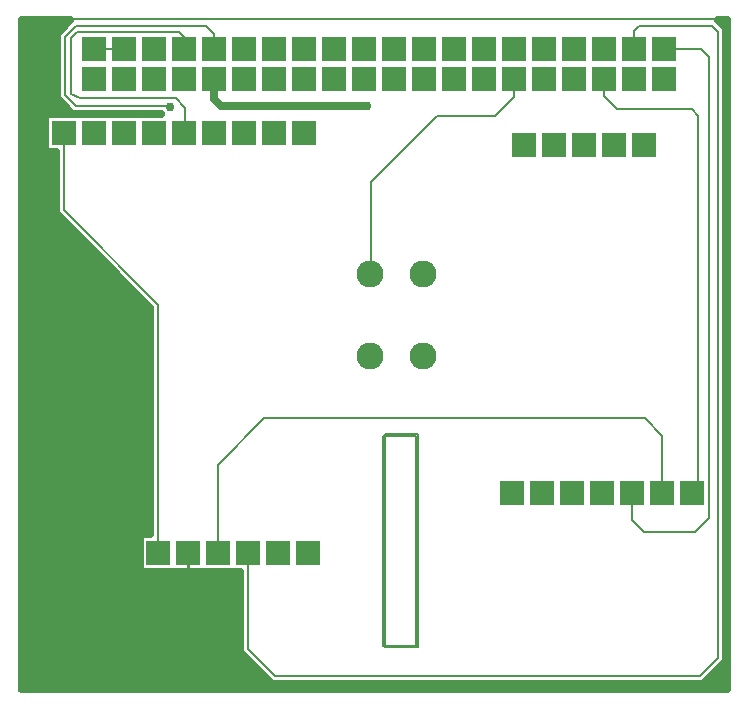
<source format=gbr>
G04 PROTEUS RS274X GERBER FILE*
%FSLAX24Y24*%
%MOIN*%
%ADD10C,0.0080*%
%ADD12C,0.0250*%
%ADD11C,0.0300*%
%ADD13C,0.0025*%
%ADD14C,0.0100*%
%ADD15R,0.0800X0.0800*%
%ADD16C,0.0900*%
G54D10*
X-26500Y+21500D02*
X-27500Y+21500D01*
X-25350Y+4700D02*
X-25350Y+12975D01*
X-28509Y+16135D01*
X-28509Y+18690D01*
X-28500Y+18700D01*
X-9500Y+21500D02*
X-9500Y+22090D01*
X-9331Y+22259D01*
X-6883Y+22259D01*
X-6693Y+22069D01*
X-6693Y+1206D01*
X-7300Y+600D01*
X-21465Y+600D01*
X-22365Y+1500D01*
X-22365Y+4684D01*
X-22350Y+4700D01*
X-8500Y+21500D02*
X-7258Y+21500D01*
X-6990Y+21232D01*
X-6990Y+5877D01*
X-7459Y+5408D01*
X-9164Y+5408D01*
X-9564Y+5808D01*
X-9564Y+6685D01*
X-9550Y+6700D01*
X-10500Y+20500D02*
X-10500Y+19918D01*
X-10071Y+19489D01*
X-7571Y+19489D01*
X-7356Y+19274D01*
X-7356Y+6893D01*
X-7550Y+6700D01*
X-13500Y+20500D02*
X-13500Y+19897D01*
X-14123Y+19274D01*
X-16062Y+19274D01*
X-18261Y+17075D01*
X-18261Y+14044D01*
X-18300Y+14005D01*
X-8550Y+6700D02*
X-8550Y+8594D01*
X-9139Y+9184D01*
X-21819Y+9184D01*
X-23370Y+7633D01*
X-23370Y+4720D01*
X-23350Y+4700D01*
G54D12*
X-23500Y+20500D02*
X-23500Y+19828D01*
X-23269Y+19598D01*
X-18401Y+19598D01*
X-18400Y+19600D01*
G54D10*
X-24500Y+21500D02*
X-24500Y+21888D01*
X-24661Y+22050D01*
X-28049Y+22050D01*
X-28250Y+21849D01*
X-28250Y+20000D01*
X-27950Y+19850D01*
X-24750Y+19850D01*
X-24471Y+19517D01*
X-24471Y+18728D01*
X-24500Y+18700D01*
X-23500Y+21500D02*
X-23500Y+21989D01*
X-23775Y+22264D01*
X-28102Y+22264D01*
X-28471Y+21895D01*
X-28471Y+19967D01*
X-28104Y+19600D01*
X-25031Y+19600D01*
X-24932Y+19500D01*
X-24950Y+19550D01*
G54D11*
X-18400Y+19600D03*
X-24950Y+19550D03*
G54D12*
X-6400Y+150D02*
X-29900Y+150D01*
X-29900Y+22450D01*
X-28292Y+22450D01*
X-28736Y+22005D01*
X-28736Y+19857D01*
X-28214Y+19335D01*
X-25265Y+19335D01*
X-25255Y+19324D01*
X-29124Y+19324D01*
X-29124Y+18075D01*
X-28774Y+18075D01*
X-28774Y+16026D01*
X-25614Y+12866D01*
X-25614Y+5324D01*
X-25974Y+5324D01*
X-25974Y+4075D01*
X-22630Y+4075D01*
X-22630Y+1390D01*
X-21574Y+335D01*
X-7190Y+335D01*
X-6428Y+1096D01*
X-6428Y+22179D01*
X-6698Y+22450D01*
X-6400Y+22450D01*
X-6400Y+150D01*
G54D13*
X-29900Y+150D02*
X-6400Y+150D01*
X-29900Y+170D02*
X-6400Y+170D01*
X-29900Y+190D02*
X-6400Y+190D01*
X-29900Y+210D02*
X-6400Y+210D01*
X-29900Y+230D02*
X-6400Y+230D01*
X-29900Y+250D02*
X-6400Y+250D01*
X-29900Y+270D02*
X-6400Y+270D01*
X-29900Y+290D02*
X-6400Y+290D01*
X-29900Y+310D02*
X-6400Y+310D01*
X-29900Y+330D02*
X-6400Y+330D01*
X-29900Y+350D02*
X-21589Y+350D01*
X-7174Y+350D02*
X-6400Y+350D01*
X-29900Y+370D02*
X-21609Y+370D01*
X-7154Y+370D02*
X-6400Y+370D01*
X-29900Y+390D02*
X-21629Y+390D01*
X-7134Y+390D02*
X-6400Y+390D01*
X-29900Y+410D02*
X-21649Y+410D01*
X-7114Y+410D02*
X-6400Y+410D01*
X-29900Y+430D02*
X-21669Y+430D01*
X-7094Y+430D02*
X-6400Y+430D01*
X-29900Y+450D02*
X-21689Y+450D01*
X-7074Y+450D02*
X-6400Y+450D01*
X-29900Y+470D02*
X-21709Y+470D01*
X-7054Y+470D02*
X-6400Y+470D01*
X-29900Y+490D02*
X-21729Y+490D01*
X-7034Y+490D02*
X-6400Y+490D01*
X-29900Y+510D02*
X-21749Y+510D01*
X-7014Y+510D02*
X-6400Y+510D01*
X-29900Y+530D02*
X-21769Y+530D01*
X-6994Y+530D02*
X-6400Y+530D01*
X-29900Y+550D02*
X-21789Y+550D01*
X-6974Y+550D02*
X-6400Y+550D01*
X-29900Y+570D02*
X-21809Y+570D01*
X-6954Y+570D02*
X-6400Y+570D01*
X-29900Y+590D02*
X-21829Y+590D01*
X-6934Y+590D02*
X-6400Y+590D01*
X-29900Y+610D02*
X-21849Y+610D01*
X-6914Y+610D02*
X-6400Y+610D01*
X-29900Y+630D02*
X-21869Y+630D01*
X-6894Y+630D02*
X-6400Y+630D01*
X-29900Y+650D02*
X-21889Y+650D01*
X-6874Y+650D02*
X-6400Y+650D01*
X-29900Y+670D02*
X-21909Y+670D01*
X-6854Y+670D02*
X-6400Y+670D01*
X-29900Y+690D02*
X-21929Y+690D01*
X-6834Y+690D02*
X-6400Y+690D01*
X-29900Y+710D02*
X-21949Y+710D01*
X-6814Y+710D02*
X-6400Y+710D01*
X-29900Y+730D02*
X-21969Y+730D01*
X-6794Y+730D02*
X-6400Y+730D01*
X-29900Y+750D02*
X-21989Y+750D01*
X-6774Y+750D02*
X-6400Y+750D01*
X-29900Y+770D02*
X-22009Y+770D01*
X-6754Y+770D02*
X-6400Y+770D01*
X-29900Y+790D02*
X-22029Y+790D01*
X-6734Y+790D02*
X-6400Y+790D01*
X-29900Y+810D02*
X-22049Y+810D01*
X-6714Y+810D02*
X-6400Y+810D01*
X-29900Y+830D02*
X-22069Y+830D01*
X-6694Y+830D02*
X-6400Y+830D01*
X-29900Y+850D02*
X-22089Y+850D01*
X-6674Y+850D02*
X-6400Y+850D01*
X-29900Y+870D02*
X-22109Y+870D01*
X-6654Y+870D02*
X-6400Y+870D01*
X-29900Y+890D02*
X-22129Y+890D01*
X-6634Y+890D02*
X-6400Y+890D01*
X-29900Y+910D02*
X-22149Y+910D01*
X-6614Y+910D02*
X-6400Y+910D01*
X-29900Y+930D02*
X-22169Y+930D01*
X-6594Y+930D02*
X-6400Y+930D01*
X-29900Y+950D02*
X-22189Y+950D01*
X-6574Y+950D02*
X-6400Y+950D01*
X-29900Y+970D02*
X-22209Y+970D01*
X-6554Y+970D02*
X-6400Y+970D01*
X-29900Y+990D02*
X-22229Y+990D01*
X-6534Y+990D02*
X-6400Y+990D01*
X-29900Y+1010D02*
X-22249Y+1010D01*
X-6514Y+1010D02*
X-6400Y+1010D01*
X-29900Y+1030D02*
X-22269Y+1030D01*
X-6494Y+1030D02*
X-6400Y+1030D01*
X-29900Y+1050D02*
X-22289Y+1050D01*
X-6474Y+1050D02*
X-6400Y+1050D01*
X-29900Y+1070D02*
X-22309Y+1070D01*
X-6454Y+1070D02*
X-6400Y+1070D01*
X-29900Y+1090D02*
X-22329Y+1090D01*
X-6434Y+1090D02*
X-6400Y+1090D01*
X-29900Y+1110D02*
X-22349Y+1110D01*
X-6428Y+1110D02*
X-6400Y+1110D01*
X-29900Y+1130D02*
X-22369Y+1130D01*
X-6428Y+1130D02*
X-6400Y+1130D01*
X-29900Y+1150D02*
X-22389Y+1150D01*
X-6428Y+1150D02*
X-6400Y+1150D01*
X-29900Y+1170D02*
X-22409Y+1170D01*
X-6428Y+1170D02*
X-6400Y+1170D01*
X-29900Y+1190D02*
X-22429Y+1190D01*
X-6428Y+1190D02*
X-6400Y+1190D01*
X-29900Y+1210D02*
X-22449Y+1210D01*
X-6428Y+1210D02*
X-6400Y+1210D01*
X-29900Y+1230D02*
X-22469Y+1230D01*
X-6428Y+1230D02*
X-6400Y+1230D01*
X-29900Y+1250D02*
X-22489Y+1250D01*
X-6428Y+1250D02*
X-6400Y+1250D01*
X-29900Y+1270D02*
X-22509Y+1270D01*
X-6428Y+1270D02*
X-6400Y+1270D01*
X-29900Y+1290D02*
X-22529Y+1290D01*
X-6428Y+1290D02*
X-6400Y+1290D01*
X-29900Y+1310D02*
X-22549Y+1310D01*
X-6428Y+1310D02*
X-6400Y+1310D01*
X-29900Y+1330D02*
X-22569Y+1330D01*
X-6428Y+1330D02*
X-6400Y+1330D01*
X-29900Y+1350D02*
X-22589Y+1350D01*
X-6428Y+1350D02*
X-6400Y+1350D01*
X-29900Y+1370D02*
X-22609Y+1370D01*
X-6428Y+1370D02*
X-6400Y+1370D01*
X-29900Y+1390D02*
X-22630Y+1390D01*
X-6428Y+1390D02*
X-6400Y+1390D01*
X-29900Y+1410D02*
X-22630Y+1410D01*
X-6428Y+1410D02*
X-6400Y+1410D01*
X-29900Y+1430D02*
X-22630Y+1430D01*
X-6428Y+1430D02*
X-6400Y+1430D01*
X-29900Y+1450D02*
X-22630Y+1450D01*
X-6428Y+1450D02*
X-6400Y+1450D01*
X-29900Y+1470D02*
X-22630Y+1470D01*
X-6428Y+1470D02*
X-6400Y+1470D01*
X-29900Y+1490D02*
X-22630Y+1490D01*
X-6428Y+1490D02*
X-6400Y+1490D01*
X-29900Y+1510D02*
X-22630Y+1510D01*
X-6428Y+1510D02*
X-6400Y+1510D01*
X-29900Y+1530D02*
X-22630Y+1530D01*
X-6428Y+1530D02*
X-6400Y+1530D01*
X-29900Y+1550D02*
X-22630Y+1550D01*
X-6428Y+1550D02*
X-6400Y+1550D01*
X-29900Y+1570D02*
X-22630Y+1570D01*
X-6428Y+1570D02*
X-6400Y+1570D01*
X-29900Y+1590D02*
X-22630Y+1590D01*
X-6428Y+1590D02*
X-6400Y+1590D01*
X-29900Y+1610D02*
X-22630Y+1610D01*
X-6428Y+1610D02*
X-6400Y+1610D01*
X-29900Y+1630D02*
X-22630Y+1630D01*
X-6428Y+1630D02*
X-6400Y+1630D01*
X-29900Y+1650D02*
X-22630Y+1650D01*
X-6428Y+1650D02*
X-6400Y+1650D01*
X-29900Y+1670D02*
X-22630Y+1670D01*
X-6428Y+1670D02*
X-6400Y+1670D01*
X-29900Y+1690D02*
X-22630Y+1690D01*
X-6428Y+1690D02*
X-6400Y+1690D01*
X-29900Y+1710D02*
X-22630Y+1710D01*
X-6428Y+1710D02*
X-6400Y+1710D01*
X-29900Y+1730D02*
X-22630Y+1730D01*
X-6428Y+1730D02*
X-6400Y+1730D01*
X-29900Y+1750D02*
X-22630Y+1750D01*
X-6428Y+1750D02*
X-6400Y+1750D01*
X-29900Y+1770D02*
X-22630Y+1770D01*
X-6428Y+1770D02*
X-6400Y+1770D01*
X-29900Y+1790D02*
X-22630Y+1790D01*
X-6428Y+1790D02*
X-6400Y+1790D01*
X-29900Y+1810D02*
X-22630Y+1810D01*
X-6428Y+1810D02*
X-6400Y+1810D01*
X-29900Y+1830D02*
X-22630Y+1830D01*
X-6428Y+1830D02*
X-6400Y+1830D01*
X-29900Y+1850D02*
X-22630Y+1850D01*
X-6428Y+1850D02*
X-6400Y+1850D01*
X-29900Y+1870D02*
X-22630Y+1870D01*
X-6428Y+1870D02*
X-6400Y+1870D01*
X-29900Y+1890D02*
X-22630Y+1890D01*
X-6428Y+1890D02*
X-6400Y+1890D01*
X-29900Y+1910D02*
X-22630Y+1910D01*
X-6428Y+1910D02*
X-6400Y+1910D01*
X-29900Y+1930D02*
X-22630Y+1930D01*
X-6428Y+1930D02*
X-6400Y+1930D01*
X-29900Y+1950D02*
X-22630Y+1950D01*
X-6428Y+1950D02*
X-6400Y+1950D01*
X-29900Y+1970D02*
X-22630Y+1970D01*
X-6428Y+1970D02*
X-6400Y+1970D01*
X-29900Y+1990D02*
X-22630Y+1990D01*
X-6428Y+1990D02*
X-6400Y+1990D01*
X-29900Y+2010D02*
X-22630Y+2010D01*
X-6428Y+2010D02*
X-6400Y+2010D01*
X-29900Y+2030D02*
X-22630Y+2030D01*
X-6428Y+2030D02*
X-6400Y+2030D01*
X-29900Y+2050D02*
X-22630Y+2050D01*
X-6428Y+2050D02*
X-6400Y+2050D01*
X-29900Y+2070D02*
X-22630Y+2070D01*
X-6428Y+2070D02*
X-6400Y+2070D01*
X-29900Y+2090D02*
X-22630Y+2090D01*
X-6428Y+2090D02*
X-6400Y+2090D01*
X-29900Y+2110D02*
X-22630Y+2110D01*
X-6428Y+2110D02*
X-6400Y+2110D01*
X-29900Y+2130D02*
X-22630Y+2130D01*
X-6428Y+2130D02*
X-6400Y+2130D01*
X-29900Y+2150D02*
X-22630Y+2150D01*
X-6428Y+2150D02*
X-6400Y+2150D01*
X-29900Y+2170D02*
X-22630Y+2170D01*
X-6428Y+2170D02*
X-6400Y+2170D01*
X-29900Y+2190D02*
X-22630Y+2190D01*
X-6428Y+2190D02*
X-6400Y+2190D01*
X-29900Y+2210D02*
X-22630Y+2210D01*
X-6428Y+2210D02*
X-6400Y+2210D01*
X-29900Y+2230D02*
X-22630Y+2230D01*
X-6428Y+2230D02*
X-6400Y+2230D01*
X-29900Y+2250D02*
X-22630Y+2250D01*
X-6428Y+2250D02*
X-6400Y+2250D01*
X-29900Y+2270D02*
X-22630Y+2270D01*
X-6428Y+2270D02*
X-6400Y+2270D01*
X-29900Y+2290D02*
X-22630Y+2290D01*
X-6428Y+2290D02*
X-6400Y+2290D01*
X-29900Y+2310D02*
X-22630Y+2310D01*
X-6428Y+2310D02*
X-6400Y+2310D01*
X-29900Y+2330D02*
X-22630Y+2330D01*
X-6428Y+2330D02*
X-6400Y+2330D01*
X-29900Y+2350D02*
X-22630Y+2350D01*
X-6428Y+2350D02*
X-6400Y+2350D01*
X-29900Y+2370D02*
X-22630Y+2370D01*
X-6428Y+2370D02*
X-6400Y+2370D01*
X-29900Y+2390D02*
X-22630Y+2390D01*
X-6428Y+2390D02*
X-6400Y+2390D01*
X-29900Y+2410D02*
X-22630Y+2410D01*
X-6428Y+2410D02*
X-6400Y+2410D01*
X-29900Y+2430D02*
X-22630Y+2430D01*
X-6428Y+2430D02*
X-6400Y+2430D01*
X-29900Y+2450D02*
X-22630Y+2450D01*
X-6428Y+2450D02*
X-6400Y+2450D01*
X-29900Y+2470D02*
X-22630Y+2470D01*
X-6428Y+2470D02*
X-6400Y+2470D01*
X-29900Y+2490D02*
X-22630Y+2490D01*
X-6428Y+2490D02*
X-6400Y+2490D01*
X-29900Y+2510D02*
X-22630Y+2510D01*
X-6428Y+2510D02*
X-6400Y+2510D01*
X-29900Y+2530D02*
X-22630Y+2530D01*
X-6428Y+2530D02*
X-6400Y+2530D01*
X-29900Y+2550D02*
X-22630Y+2550D01*
X-6428Y+2550D02*
X-6400Y+2550D01*
X-29900Y+2570D02*
X-22630Y+2570D01*
X-6428Y+2570D02*
X-6400Y+2570D01*
X-29900Y+2590D02*
X-22630Y+2590D01*
X-6428Y+2590D02*
X-6400Y+2590D01*
X-29900Y+2610D02*
X-22630Y+2610D01*
X-6428Y+2610D02*
X-6400Y+2610D01*
X-29900Y+2630D02*
X-22630Y+2630D01*
X-6428Y+2630D02*
X-6400Y+2630D01*
X-29900Y+2650D02*
X-22630Y+2650D01*
X-6428Y+2650D02*
X-6400Y+2650D01*
X-29900Y+2670D02*
X-22630Y+2670D01*
X-6428Y+2670D02*
X-6400Y+2670D01*
X-29900Y+2690D02*
X-22630Y+2690D01*
X-6428Y+2690D02*
X-6400Y+2690D01*
X-29900Y+2710D02*
X-22630Y+2710D01*
X-6428Y+2710D02*
X-6400Y+2710D01*
X-29900Y+2730D02*
X-22630Y+2730D01*
X-6428Y+2730D02*
X-6400Y+2730D01*
X-29900Y+2750D02*
X-22630Y+2750D01*
X-6428Y+2750D02*
X-6400Y+2750D01*
X-29900Y+2770D02*
X-22630Y+2770D01*
X-6428Y+2770D02*
X-6400Y+2770D01*
X-29900Y+2790D02*
X-22630Y+2790D01*
X-6428Y+2790D02*
X-6400Y+2790D01*
X-29900Y+2810D02*
X-22630Y+2810D01*
X-6428Y+2810D02*
X-6400Y+2810D01*
X-29900Y+2830D02*
X-22630Y+2830D01*
X-6428Y+2830D02*
X-6400Y+2830D01*
X-29900Y+2850D02*
X-22630Y+2850D01*
X-6428Y+2850D02*
X-6400Y+2850D01*
X-29900Y+2870D02*
X-22630Y+2870D01*
X-6428Y+2870D02*
X-6400Y+2870D01*
X-29900Y+2890D02*
X-22630Y+2890D01*
X-6428Y+2890D02*
X-6400Y+2890D01*
X-29900Y+2910D02*
X-22630Y+2910D01*
X-6428Y+2910D02*
X-6400Y+2910D01*
X-29900Y+2930D02*
X-22630Y+2930D01*
X-6428Y+2930D02*
X-6400Y+2930D01*
X-29900Y+2950D02*
X-22630Y+2950D01*
X-6428Y+2950D02*
X-6400Y+2950D01*
X-29900Y+2970D02*
X-22630Y+2970D01*
X-6428Y+2970D02*
X-6400Y+2970D01*
X-29900Y+2990D02*
X-22630Y+2990D01*
X-6428Y+2990D02*
X-6400Y+2990D01*
X-29900Y+3010D02*
X-22630Y+3010D01*
X-6428Y+3010D02*
X-6400Y+3010D01*
X-29900Y+3030D02*
X-22630Y+3030D01*
X-6428Y+3030D02*
X-6400Y+3030D01*
X-29900Y+3050D02*
X-22630Y+3050D01*
X-6428Y+3050D02*
X-6400Y+3050D01*
X-29900Y+3070D02*
X-22630Y+3070D01*
X-6428Y+3070D02*
X-6400Y+3070D01*
X-29900Y+3090D02*
X-22630Y+3090D01*
X-6428Y+3090D02*
X-6400Y+3090D01*
X-29900Y+3110D02*
X-22630Y+3110D01*
X-6428Y+3110D02*
X-6400Y+3110D01*
X-29900Y+3130D02*
X-22630Y+3130D01*
X-6428Y+3130D02*
X-6400Y+3130D01*
X-29900Y+3150D02*
X-22630Y+3150D01*
X-6428Y+3150D02*
X-6400Y+3150D01*
X-29900Y+3170D02*
X-22630Y+3170D01*
X-6428Y+3170D02*
X-6400Y+3170D01*
X-29900Y+3190D02*
X-22630Y+3190D01*
X-6428Y+3190D02*
X-6400Y+3190D01*
X-29900Y+3210D02*
X-22630Y+3210D01*
X-6428Y+3210D02*
X-6400Y+3210D01*
X-29900Y+3230D02*
X-22630Y+3230D01*
X-6428Y+3230D02*
X-6400Y+3230D01*
X-29900Y+3250D02*
X-22630Y+3250D01*
X-6428Y+3250D02*
X-6400Y+3250D01*
X-29900Y+3270D02*
X-22630Y+3270D01*
X-6428Y+3270D02*
X-6400Y+3270D01*
X-29900Y+3290D02*
X-22630Y+3290D01*
X-6428Y+3290D02*
X-6400Y+3290D01*
X-29900Y+3310D02*
X-22630Y+3310D01*
X-6428Y+3310D02*
X-6400Y+3310D01*
X-29900Y+3330D02*
X-22630Y+3330D01*
X-6428Y+3330D02*
X-6400Y+3330D01*
X-29900Y+3350D02*
X-22630Y+3350D01*
X-6428Y+3350D02*
X-6400Y+3350D01*
X-29900Y+3370D02*
X-22630Y+3370D01*
X-6428Y+3370D02*
X-6400Y+3370D01*
X-29900Y+3390D02*
X-22630Y+3390D01*
X-6428Y+3390D02*
X-6400Y+3390D01*
X-29900Y+3410D02*
X-22630Y+3410D01*
X-6428Y+3410D02*
X-6400Y+3410D01*
X-29900Y+3430D02*
X-22630Y+3430D01*
X-6428Y+3430D02*
X-6400Y+3430D01*
X-29900Y+3450D02*
X-22630Y+3450D01*
X-6428Y+3450D02*
X-6400Y+3450D01*
X-29900Y+3470D02*
X-22630Y+3470D01*
X-6428Y+3470D02*
X-6400Y+3470D01*
X-29900Y+3490D02*
X-22630Y+3490D01*
X-6428Y+3490D02*
X-6400Y+3490D01*
X-29900Y+3510D02*
X-22630Y+3510D01*
X-6428Y+3510D02*
X-6400Y+3510D01*
X-29900Y+3530D02*
X-22630Y+3530D01*
X-6428Y+3530D02*
X-6400Y+3530D01*
X-29900Y+3550D02*
X-22630Y+3550D01*
X-6428Y+3550D02*
X-6400Y+3550D01*
X-29900Y+3570D02*
X-22630Y+3570D01*
X-6428Y+3570D02*
X-6400Y+3570D01*
X-29900Y+3590D02*
X-22630Y+3590D01*
X-6428Y+3590D02*
X-6400Y+3590D01*
X-29900Y+3610D02*
X-22630Y+3610D01*
X-6428Y+3610D02*
X-6400Y+3610D01*
X-29900Y+3630D02*
X-22630Y+3630D01*
X-6428Y+3630D02*
X-6400Y+3630D01*
X-29900Y+3650D02*
X-22630Y+3650D01*
X-6428Y+3650D02*
X-6400Y+3650D01*
X-29900Y+3670D02*
X-22630Y+3670D01*
X-6428Y+3670D02*
X-6400Y+3670D01*
X-29900Y+3690D02*
X-22630Y+3690D01*
X-6428Y+3690D02*
X-6400Y+3690D01*
X-29900Y+3710D02*
X-22630Y+3710D01*
X-6428Y+3710D02*
X-6400Y+3710D01*
X-29900Y+3730D02*
X-22630Y+3730D01*
X-6428Y+3730D02*
X-6400Y+3730D01*
X-29900Y+3750D02*
X-22630Y+3750D01*
X-6428Y+3750D02*
X-6400Y+3750D01*
X-29900Y+3770D02*
X-22630Y+3770D01*
X-6428Y+3770D02*
X-6400Y+3770D01*
X-29900Y+3790D02*
X-22630Y+3790D01*
X-6428Y+3790D02*
X-6400Y+3790D01*
X-29900Y+3810D02*
X-22630Y+3810D01*
X-6428Y+3810D02*
X-6400Y+3810D01*
X-29900Y+3830D02*
X-22630Y+3830D01*
X-6428Y+3830D02*
X-6400Y+3830D01*
X-29900Y+3850D02*
X-22630Y+3850D01*
X-6428Y+3850D02*
X-6400Y+3850D01*
X-29900Y+3870D02*
X-22630Y+3870D01*
X-6428Y+3870D02*
X-6400Y+3870D01*
X-29900Y+3890D02*
X-22630Y+3890D01*
X-6428Y+3890D02*
X-6400Y+3890D01*
X-29900Y+3910D02*
X-22630Y+3910D01*
X-6428Y+3910D02*
X-6400Y+3910D01*
X-29900Y+3930D02*
X-22630Y+3930D01*
X-6428Y+3930D02*
X-6400Y+3930D01*
X-29900Y+3950D02*
X-22630Y+3950D01*
X-6428Y+3950D02*
X-6400Y+3950D01*
X-29900Y+3970D02*
X-22630Y+3970D01*
X-6428Y+3970D02*
X-6400Y+3970D01*
X-29900Y+3990D02*
X-22630Y+3990D01*
X-6428Y+3990D02*
X-6400Y+3990D01*
X-29900Y+4010D02*
X-22630Y+4010D01*
X-6428Y+4010D02*
X-6400Y+4010D01*
X-29900Y+4030D02*
X-22630Y+4030D01*
X-6428Y+4030D02*
X-6400Y+4030D01*
X-29900Y+4050D02*
X-22630Y+4050D01*
X-6428Y+4050D02*
X-6400Y+4050D01*
X-29900Y+4070D02*
X-22630Y+4070D01*
X-6428Y+4070D02*
X-6400Y+4070D01*
X-29900Y+4090D02*
X-25974Y+4090D01*
X-6428Y+4090D02*
X-6400Y+4090D01*
X-29900Y+4110D02*
X-25974Y+4110D01*
X-6428Y+4110D02*
X-6400Y+4110D01*
X-29900Y+4130D02*
X-25974Y+4130D01*
X-6428Y+4130D02*
X-6400Y+4130D01*
X-29900Y+4150D02*
X-25974Y+4150D01*
X-6428Y+4150D02*
X-6400Y+4150D01*
X-29900Y+4170D02*
X-25974Y+4170D01*
X-6428Y+4170D02*
X-6400Y+4170D01*
X-29900Y+4190D02*
X-25974Y+4190D01*
X-6428Y+4190D02*
X-6400Y+4190D01*
X-29900Y+4210D02*
X-25974Y+4210D01*
X-6428Y+4210D02*
X-6400Y+4210D01*
X-29900Y+4230D02*
X-25974Y+4230D01*
X-6428Y+4230D02*
X-6400Y+4230D01*
X-29900Y+4250D02*
X-25974Y+4250D01*
X-6428Y+4250D02*
X-6400Y+4250D01*
X-29900Y+4270D02*
X-25974Y+4270D01*
X-6428Y+4270D02*
X-6400Y+4270D01*
X-29900Y+4290D02*
X-25974Y+4290D01*
X-6428Y+4290D02*
X-6400Y+4290D01*
X-29900Y+4310D02*
X-25974Y+4310D01*
X-6428Y+4310D02*
X-6400Y+4310D01*
X-29900Y+4330D02*
X-25974Y+4330D01*
X-6428Y+4330D02*
X-6400Y+4330D01*
X-29900Y+4350D02*
X-25974Y+4350D01*
X-6428Y+4350D02*
X-6400Y+4350D01*
X-29900Y+4370D02*
X-25974Y+4370D01*
X-6428Y+4370D02*
X-6400Y+4370D01*
X-29900Y+4390D02*
X-25974Y+4390D01*
X-6428Y+4390D02*
X-6400Y+4390D01*
X-29900Y+4410D02*
X-25974Y+4410D01*
X-6428Y+4410D02*
X-6400Y+4410D01*
X-29900Y+4430D02*
X-25974Y+4430D01*
X-6428Y+4430D02*
X-6400Y+4430D01*
X-29900Y+4450D02*
X-25974Y+4450D01*
X-6428Y+4450D02*
X-6400Y+4450D01*
X-29900Y+4470D02*
X-25974Y+4470D01*
X-6428Y+4470D02*
X-6400Y+4470D01*
X-29900Y+4490D02*
X-25974Y+4490D01*
X-6428Y+4490D02*
X-6400Y+4490D01*
X-29900Y+4510D02*
X-25974Y+4510D01*
X-6428Y+4510D02*
X-6400Y+4510D01*
X-29900Y+4530D02*
X-25974Y+4530D01*
X-6428Y+4530D02*
X-6400Y+4530D01*
X-29900Y+4550D02*
X-25974Y+4550D01*
X-6428Y+4550D02*
X-6400Y+4550D01*
X-29900Y+4570D02*
X-25974Y+4570D01*
X-6428Y+4570D02*
X-6400Y+4570D01*
X-29900Y+4590D02*
X-25974Y+4590D01*
X-6428Y+4590D02*
X-6400Y+4590D01*
X-29900Y+4610D02*
X-25974Y+4610D01*
X-6428Y+4610D02*
X-6400Y+4610D01*
X-29900Y+4630D02*
X-25974Y+4630D01*
X-6428Y+4630D02*
X-6400Y+4630D01*
X-29900Y+4650D02*
X-25974Y+4650D01*
X-6428Y+4650D02*
X-6400Y+4650D01*
X-29900Y+4670D02*
X-25974Y+4670D01*
X-6428Y+4670D02*
X-6400Y+4670D01*
X-29900Y+4690D02*
X-25974Y+4690D01*
X-6428Y+4690D02*
X-6400Y+4690D01*
X-29900Y+4710D02*
X-25974Y+4710D01*
X-6428Y+4710D02*
X-6400Y+4710D01*
X-29900Y+4730D02*
X-25974Y+4730D01*
X-6428Y+4730D02*
X-6400Y+4730D01*
X-29900Y+4750D02*
X-25974Y+4750D01*
X-6428Y+4750D02*
X-6400Y+4750D01*
X-29900Y+4770D02*
X-25974Y+4770D01*
X-6428Y+4770D02*
X-6400Y+4770D01*
X-29900Y+4790D02*
X-25974Y+4790D01*
X-6428Y+4790D02*
X-6400Y+4790D01*
X-29900Y+4810D02*
X-25974Y+4810D01*
X-6428Y+4810D02*
X-6400Y+4810D01*
X-29900Y+4830D02*
X-25974Y+4830D01*
X-6428Y+4830D02*
X-6400Y+4830D01*
X-29900Y+4850D02*
X-25974Y+4850D01*
X-6428Y+4850D02*
X-6400Y+4850D01*
X-29900Y+4870D02*
X-25974Y+4870D01*
X-6428Y+4870D02*
X-6400Y+4870D01*
X-29900Y+4890D02*
X-25974Y+4890D01*
X-6428Y+4890D02*
X-6400Y+4890D01*
X-29900Y+4910D02*
X-25974Y+4910D01*
X-6428Y+4910D02*
X-6400Y+4910D01*
X-29900Y+4930D02*
X-25974Y+4930D01*
X-6428Y+4930D02*
X-6400Y+4930D01*
X-29900Y+4950D02*
X-25974Y+4950D01*
X-6428Y+4950D02*
X-6400Y+4950D01*
X-29900Y+4970D02*
X-25974Y+4970D01*
X-6428Y+4970D02*
X-6400Y+4970D01*
X-29900Y+4990D02*
X-25974Y+4990D01*
X-6428Y+4990D02*
X-6400Y+4990D01*
X-29900Y+5010D02*
X-25974Y+5010D01*
X-6428Y+5010D02*
X-6400Y+5010D01*
X-29900Y+5030D02*
X-25974Y+5030D01*
X-6428Y+5030D02*
X-6400Y+5030D01*
X-29900Y+5050D02*
X-25974Y+5050D01*
X-6428Y+5050D02*
X-6400Y+5050D01*
X-29900Y+5070D02*
X-25974Y+5070D01*
X-6428Y+5070D02*
X-6400Y+5070D01*
X-29900Y+5090D02*
X-25974Y+5090D01*
X-6428Y+5090D02*
X-6400Y+5090D01*
X-29900Y+5110D02*
X-25974Y+5110D01*
X-6428Y+5110D02*
X-6400Y+5110D01*
X-29900Y+5130D02*
X-25974Y+5130D01*
X-6428Y+5130D02*
X-6400Y+5130D01*
X-29900Y+5150D02*
X-25974Y+5150D01*
X-6428Y+5150D02*
X-6400Y+5150D01*
X-29900Y+5170D02*
X-25974Y+5170D01*
X-6428Y+5170D02*
X-6400Y+5170D01*
X-29900Y+5190D02*
X-25974Y+5190D01*
X-6428Y+5190D02*
X-6400Y+5190D01*
X-29900Y+5210D02*
X-25974Y+5210D01*
X-6428Y+5210D02*
X-6400Y+5210D01*
X-29900Y+5230D02*
X-25974Y+5230D01*
X-6428Y+5230D02*
X-6400Y+5230D01*
X-29900Y+5250D02*
X-25974Y+5250D01*
X-6428Y+5250D02*
X-6400Y+5250D01*
X-29900Y+5270D02*
X-25974Y+5270D01*
X-6428Y+5270D02*
X-6400Y+5270D01*
X-29900Y+5290D02*
X-25974Y+5290D01*
X-6428Y+5290D02*
X-6400Y+5290D01*
X-29900Y+5310D02*
X-25974Y+5310D01*
X-6428Y+5310D02*
X-6400Y+5310D01*
X-29900Y+5330D02*
X-25614Y+5330D01*
X-6428Y+5330D02*
X-6400Y+5330D01*
X-29900Y+5350D02*
X-25614Y+5350D01*
X-6428Y+5350D02*
X-6400Y+5350D01*
X-29900Y+5370D02*
X-25614Y+5370D01*
X-6428Y+5370D02*
X-6400Y+5370D01*
X-29900Y+5390D02*
X-25614Y+5390D01*
X-6428Y+5390D02*
X-6400Y+5390D01*
X-29900Y+5410D02*
X-25614Y+5410D01*
X-6428Y+5410D02*
X-6400Y+5410D01*
X-29900Y+5430D02*
X-25614Y+5430D01*
X-6428Y+5430D02*
X-6400Y+5430D01*
X-29900Y+5450D02*
X-25614Y+5450D01*
X-6428Y+5450D02*
X-6400Y+5450D01*
X-29900Y+5470D02*
X-25614Y+5470D01*
X-6428Y+5470D02*
X-6400Y+5470D01*
X-29900Y+5490D02*
X-25614Y+5490D01*
X-6428Y+5490D02*
X-6400Y+5490D01*
X-29900Y+5510D02*
X-25614Y+5510D01*
X-6428Y+5510D02*
X-6400Y+5510D01*
X-29900Y+5530D02*
X-25614Y+5530D01*
X-6428Y+5530D02*
X-6400Y+5530D01*
X-29900Y+5550D02*
X-25614Y+5550D01*
X-6428Y+5550D02*
X-6400Y+5550D01*
X-29900Y+5570D02*
X-25614Y+5570D01*
X-6428Y+5570D02*
X-6400Y+5570D01*
X-29900Y+5590D02*
X-25614Y+5590D01*
X-6428Y+5590D02*
X-6400Y+5590D01*
X-29900Y+5610D02*
X-25614Y+5610D01*
X-6428Y+5610D02*
X-6400Y+5610D01*
X-29900Y+5630D02*
X-25614Y+5630D01*
X-6428Y+5630D02*
X-6400Y+5630D01*
X-29900Y+5650D02*
X-25614Y+5650D01*
X-6428Y+5650D02*
X-6400Y+5650D01*
X-29900Y+5670D02*
X-25614Y+5670D01*
X-6428Y+5670D02*
X-6400Y+5670D01*
X-29900Y+5690D02*
X-25614Y+5690D01*
X-6428Y+5690D02*
X-6400Y+5690D01*
X-29900Y+5710D02*
X-25614Y+5710D01*
X-6428Y+5710D02*
X-6400Y+5710D01*
X-29900Y+5730D02*
X-25614Y+5730D01*
X-6428Y+5730D02*
X-6400Y+5730D01*
X-29900Y+5750D02*
X-25614Y+5750D01*
X-6428Y+5750D02*
X-6400Y+5750D01*
X-29900Y+5770D02*
X-25614Y+5770D01*
X-6428Y+5770D02*
X-6400Y+5770D01*
X-29900Y+5790D02*
X-25614Y+5790D01*
X-6428Y+5790D02*
X-6400Y+5790D01*
X-29900Y+5810D02*
X-25614Y+5810D01*
X-6428Y+5810D02*
X-6400Y+5810D01*
X-29900Y+5830D02*
X-25614Y+5830D01*
X-6428Y+5830D02*
X-6400Y+5830D01*
X-29900Y+5850D02*
X-25614Y+5850D01*
X-6428Y+5850D02*
X-6400Y+5850D01*
X-29900Y+5870D02*
X-25614Y+5870D01*
X-6428Y+5870D02*
X-6400Y+5870D01*
X-29900Y+5890D02*
X-25614Y+5890D01*
X-6428Y+5890D02*
X-6400Y+5890D01*
X-29900Y+5910D02*
X-25614Y+5910D01*
X-6428Y+5910D02*
X-6400Y+5910D01*
X-29900Y+5930D02*
X-25614Y+5930D01*
X-6428Y+5930D02*
X-6400Y+5930D01*
X-29900Y+5950D02*
X-25614Y+5950D01*
X-6428Y+5950D02*
X-6400Y+5950D01*
X-29900Y+5970D02*
X-25614Y+5970D01*
X-6428Y+5970D02*
X-6400Y+5970D01*
X-29900Y+5990D02*
X-25614Y+5990D01*
X-6428Y+5990D02*
X-6400Y+5990D01*
X-29900Y+6010D02*
X-25614Y+6010D01*
X-6428Y+6010D02*
X-6400Y+6010D01*
X-29900Y+6030D02*
X-25614Y+6030D01*
X-6428Y+6030D02*
X-6400Y+6030D01*
X-29900Y+6050D02*
X-25614Y+6050D01*
X-6428Y+6050D02*
X-6400Y+6050D01*
X-29900Y+6070D02*
X-25614Y+6070D01*
X-6428Y+6070D02*
X-6400Y+6070D01*
X-29900Y+6090D02*
X-25614Y+6090D01*
X-6428Y+6090D02*
X-6400Y+6090D01*
X-29900Y+6110D02*
X-25614Y+6110D01*
X-6428Y+6110D02*
X-6400Y+6110D01*
X-29900Y+6130D02*
X-25614Y+6130D01*
X-6428Y+6130D02*
X-6400Y+6130D01*
X-29900Y+6150D02*
X-25614Y+6150D01*
X-6428Y+6150D02*
X-6400Y+6150D01*
X-29900Y+6170D02*
X-25614Y+6170D01*
X-6428Y+6170D02*
X-6400Y+6170D01*
X-29900Y+6190D02*
X-25614Y+6190D01*
X-6428Y+6190D02*
X-6400Y+6190D01*
X-29900Y+6210D02*
X-25614Y+6210D01*
X-6428Y+6210D02*
X-6400Y+6210D01*
X-29900Y+6230D02*
X-25614Y+6230D01*
X-6428Y+6230D02*
X-6400Y+6230D01*
X-29900Y+6250D02*
X-25614Y+6250D01*
X-6428Y+6250D02*
X-6400Y+6250D01*
X-29900Y+6270D02*
X-25614Y+6270D01*
X-6428Y+6270D02*
X-6400Y+6270D01*
X-29900Y+6290D02*
X-25614Y+6290D01*
X-6428Y+6290D02*
X-6400Y+6290D01*
X-29900Y+6310D02*
X-25614Y+6310D01*
X-6428Y+6310D02*
X-6400Y+6310D01*
X-29900Y+6330D02*
X-25614Y+6330D01*
X-6428Y+6330D02*
X-6400Y+6330D01*
X-29900Y+6350D02*
X-25614Y+6350D01*
X-6428Y+6350D02*
X-6400Y+6350D01*
X-29900Y+6370D02*
X-25614Y+6370D01*
X-6428Y+6370D02*
X-6400Y+6370D01*
X-29900Y+6390D02*
X-25614Y+6390D01*
X-6428Y+6390D02*
X-6400Y+6390D01*
X-29900Y+6410D02*
X-25614Y+6410D01*
X-6428Y+6410D02*
X-6400Y+6410D01*
X-29900Y+6430D02*
X-25614Y+6430D01*
X-6428Y+6430D02*
X-6400Y+6430D01*
X-29900Y+6450D02*
X-25614Y+6450D01*
X-6428Y+6450D02*
X-6400Y+6450D01*
X-29900Y+6470D02*
X-25614Y+6470D01*
X-6428Y+6470D02*
X-6400Y+6470D01*
X-29900Y+6490D02*
X-25614Y+6490D01*
X-6428Y+6490D02*
X-6400Y+6490D01*
X-29900Y+6510D02*
X-25614Y+6510D01*
X-6428Y+6510D02*
X-6400Y+6510D01*
X-29900Y+6530D02*
X-25614Y+6530D01*
X-6428Y+6530D02*
X-6400Y+6530D01*
X-29900Y+6550D02*
X-25614Y+6550D01*
X-6428Y+6550D02*
X-6400Y+6550D01*
X-29900Y+6570D02*
X-25614Y+6570D01*
X-6428Y+6570D02*
X-6400Y+6570D01*
X-29900Y+6590D02*
X-25614Y+6590D01*
X-6428Y+6590D02*
X-6400Y+6590D01*
X-29900Y+6610D02*
X-25614Y+6610D01*
X-6428Y+6610D02*
X-6400Y+6610D01*
X-29900Y+6630D02*
X-25614Y+6630D01*
X-6428Y+6630D02*
X-6400Y+6630D01*
X-29900Y+6650D02*
X-25614Y+6650D01*
X-6428Y+6650D02*
X-6400Y+6650D01*
X-29900Y+6670D02*
X-25614Y+6670D01*
X-6428Y+6670D02*
X-6400Y+6670D01*
X-29900Y+6690D02*
X-25614Y+6690D01*
X-6428Y+6690D02*
X-6400Y+6690D01*
X-29900Y+6710D02*
X-25614Y+6710D01*
X-6428Y+6710D02*
X-6400Y+6710D01*
X-29900Y+6730D02*
X-25614Y+6730D01*
X-6428Y+6730D02*
X-6400Y+6730D01*
X-29900Y+6750D02*
X-25614Y+6750D01*
X-6428Y+6750D02*
X-6400Y+6750D01*
X-29900Y+6770D02*
X-25614Y+6770D01*
X-6428Y+6770D02*
X-6400Y+6770D01*
X-29900Y+6790D02*
X-25614Y+6790D01*
X-6428Y+6790D02*
X-6400Y+6790D01*
X-29900Y+6810D02*
X-25614Y+6810D01*
X-6428Y+6810D02*
X-6400Y+6810D01*
X-29900Y+6830D02*
X-25614Y+6830D01*
X-6428Y+6830D02*
X-6400Y+6830D01*
X-29900Y+6850D02*
X-25614Y+6850D01*
X-6428Y+6850D02*
X-6400Y+6850D01*
X-29900Y+6870D02*
X-25614Y+6870D01*
X-6428Y+6870D02*
X-6400Y+6870D01*
X-29900Y+6890D02*
X-25614Y+6890D01*
X-6428Y+6890D02*
X-6400Y+6890D01*
X-29900Y+6910D02*
X-25614Y+6910D01*
X-6428Y+6910D02*
X-6400Y+6910D01*
X-29900Y+6930D02*
X-25614Y+6930D01*
X-6428Y+6930D02*
X-6400Y+6930D01*
X-29900Y+6950D02*
X-25614Y+6950D01*
X-6428Y+6950D02*
X-6400Y+6950D01*
X-29900Y+6970D02*
X-25614Y+6970D01*
X-6428Y+6970D02*
X-6400Y+6970D01*
X-29900Y+6990D02*
X-25614Y+6990D01*
X-6428Y+6990D02*
X-6400Y+6990D01*
X-29900Y+7010D02*
X-25614Y+7010D01*
X-6428Y+7010D02*
X-6400Y+7010D01*
X-29900Y+7030D02*
X-25614Y+7030D01*
X-6428Y+7030D02*
X-6400Y+7030D01*
X-29900Y+7050D02*
X-25614Y+7050D01*
X-6428Y+7050D02*
X-6400Y+7050D01*
X-29900Y+7070D02*
X-25614Y+7070D01*
X-6428Y+7070D02*
X-6400Y+7070D01*
X-29900Y+7090D02*
X-25614Y+7090D01*
X-6428Y+7090D02*
X-6400Y+7090D01*
X-29900Y+7110D02*
X-25614Y+7110D01*
X-6428Y+7110D02*
X-6400Y+7110D01*
X-29900Y+7130D02*
X-25614Y+7130D01*
X-6428Y+7130D02*
X-6400Y+7130D01*
X-29900Y+7150D02*
X-25614Y+7150D01*
X-6428Y+7150D02*
X-6400Y+7150D01*
X-29900Y+7170D02*
X-25614Y+7170D01*
X-6428Y+7170D02*
X-6400Y+7170D01*
X-29900Y+7190D02*
X-25614Y+7190D01*
X-6428Y+7190D02*
X-6400Y+7190D01*
X-29900Y+7210D02*
X-25614Y+7210D01*
X-6428Y+7210D02*
X-6400Y+7210D01*
X-29900Y+7230D02*
X-25614Y+7230D01*
X-6428Y+7230D02*
X-6400Y+7230D01*
X-29900Y+7250D02*
X-25614Y+7250D01*
X-6428Y+7250D02*
X-6400Y+7250D01*
X-29900Y+7270D02*
X-25614Y+7270D01*
X-6428Y+7270D02*
X-6400Y+7270D01*
X-29900Y+7290D02*
X-25614Y+7290D01*
X-6428Y+7290D02*
X-6400Y+7290D01*
X-29900Y+7310D02*
X-25614Y+7310D01*
X-6428Y+7310D02*
X-6400Y+7310D01*
X-29900Y+7330D02*
X-25614Y+7330D01*
X-6428Y+7330D02*
X-6400Y+7330D01*
X-29900Y+7350D02*
X-25614Y+7350D01*
X-6428Y+7350D02*
X-6400Y+7350D01*
X-29900Y+7370D02*
X-25614Y+7370D01*
X-6428Y+7370D02*
X-6400Y+7370D01*
X-29900Y+7390D02*
X-25614Y+7390D01*
X-6428Y+7390D02*
X-6400Y+7390D01*
X-29900Y+7410D02*
X-25614Y+7410D01*
X-6428Y+7410D02*
X-6400Y+7410D01*
X-29900Y+7430D02*
X-25614Y+7430D01*
X-6428Y+7430D02*
X-6400Y+7430D01*
X-29900Y+7450D02*
X-25614Y+7450D01*
X-6428Y+7450D02*
X-6400Y+7450D01*
X-29900Y+7470D02*
X-25614Y+7470D01*
X-6428Y+7470D02*
X-6400Y+7470D01*
X-29900Y+7490D02*
X-25614Y+7490D01*
X-6428Y+7490D02*
X-6400Y+7490D01*
X-29900Y+7510D02*
X-25614Y+7510D01*
X-6428Y+7510D02*
X-6400Y+7510D01*
X-29900Y+7530D02*
X-25614Y+7530D01*
X-6428Y+7530D02*
X-6400Y+7530D01*
X-29900Y+7550D02*
X-25614Y+7550D01*
X-6428Y+7550D02*
X-6400Y+7550D01*
X-29900Y+7570D02*
X-25614Y+7570D01*
X-6428Y+7570D02*
X-6400Y+7570D01*
X-29900Y+7590D02*
X-25614Y+7590D01*
X-6428Y+7590D02*
X-6400Y+7590D01*
X-29900Y+7610D02*
X-25614Y+7610D01*
X-6428Y+7610D02*
X-6400Y+7610D01*
X-29900Y+7630D02*
X-25614Y+7630D01*
X-6428Y+7630D02*
X-6400Y+7630D01*
X-29900Y+7650D02*
X-25614Y+7650D01*
X-6428Y+7650D02*
X-6400Y+7650D01*
X-29900Y+7670D02*
X-25614Y+7670D01*
X-6428Y+7670D02*
X-6400Y+7670D01*
X-29900Y+7690D02*
X-25614Y+7690D01*
X-6428Y+7690D02*
X-6400Y+7690D01*
X-29900Y+7710D02*
X-25614Y+7710D01*
X-6428Y+7710D02*
X-6400Y+7710D01*
X-29900Y+7730D02*
X-25614Y+7730D01*
X-6428Y+7730D02*
X-6400Y+7730D01*
X-29900Y+7750D02*
X-25614Y+7750D01*
X-6428Y+7750D02*
X-6400Y+7750D01*
X-29900Y+7770D02*
X-25614Y+7770D01*
X-6428Y+7770D02*
X-6400Y+7770D01*
X-29900Y+7790D02*
X-25614Y+7790D01*
X-6428Y+7790D02*
X-6400Y+7790D01*
X-29900Y+7810D02*
X-25614Y+7810D01*
X-6428Y+7810D02*
X-6400Y+7810D01*
X-29900Y+7830D02*
X-25614Y+7830D01*
X-6428Y+7830D02*
X-6400Y+7830D01*
X-29900Y+7850D02*
X-25614Y+7850D01*
X-6428Y+7850D02*
X-6400Y+7850D01*
X-29900Y+7870D02*
X-25614Y+7870D01*
X-6428Y+7870D02*
X-6400Y+7870D01*
X-29900Y+7890D02*
X-25614Y+7890D01*
X-6428Y+7890D02*
X-6400Y+7890D01*
X-29900Y+7910D02*
X-25614Y+7910D01*
X-6428Y+7910D02*
X-6400Y+7910D01*
X-29900Y+7930D02*
X-25614Y+7930D01*
X-6428Y+7930D02*
X-6400Y+7930D01*
X-29900Y+7950D02*
X-25614Y+7950D01*
X-6428Y+7950D02*
X-6400Y+7950D01*
X-29900Y+7970D02*
X-25614Y+7970D01*
X-6428Y+7970D02*
X-6400Y+7970D01*
X-29900Y+7990D02*
X-25614Y+7990D01*
X-6428Y+7990D02*
X-6400Y+7990D01*
X-29900Y+8010D02*
X-25614Y+8010D01*
X-6428Y+8010D02*
X-6400Y+8010D01*
X-29900Y+8030D02*
X-25614Y+8030D01*
X-6428Y+8030D02*
X-6400Y+8030D01*
X-29900Y+8050D02*
X-25614Y+8050D01*
X-6428Y+8050D02*
X-6400Y+8050D01*
X-29900Y+8070D02*
X-25614Y+8070D01*
X-6428Y+8070D02*
X-6400Y+8070D01*
X-29900Y+8090D02*
X-25614Y+8090D01*
X-6428Y+8090D02*
X-6400Y+8090D01*
X-29900Y+8110D02*
X-25614Y+8110D01*
X-6428Y+8110D02*
X-6400Y+8110D01*
X-29900Y+8130D02*
X-25614Y+8130D01*
X-6428Y+8130D02*
X-6400Y+8130D01*
X-29900Y+8150D02*
X-25614Y+8150D01*
X-6428Y+8150D02*
X-6400Y+8150D01*
X-29900Y+8170D02*
X-25614Y+8170D01*
X-6428Y+8170D02*
X-6400Y+8170D01*
X-29900Y+8190D02*
X-25614Y+8190D01*
X-6428Y+8190D02*
X-6400Y+8190D01*
X-29900Y+8210D02*
X-25614Y+8210D01*
X-6428Y+8210D02*
X-6400Y+8210D01*
X-29900Y+8230D02*
X-25614Y+8230D01*
X-6428Y+8230D02*
X-6400Y+8230D01*
X-29900Y+8250D02*
X-25614Y+8250D01*
X-6428Y+8250D02*
X-6400Y+8250D01*
X-29900Y+8270D02*
X-25614Y+8270D01*
X-6428Y+8270D02*
X-6400Y+8270D01*
X-29900Y+8290D02*
X-25614Y+8290D01*
X-6428Y+8290D02*
X-6400Y+8290D01*
X-29900Y+8310D02*
X-25614Y+8310D01*
X-6428Y+8310D02*
X-6400Y+8310D01*
X-29900Y+8330D02*
X-25614Y+8330D01*
X-6428Y+8330D02*
X-6400Y+8330D01*
X-29900Y+8350D02*
X-25614Y+8350D01*
X-6428Y+8350D02*
X-6400Y+8350D01*
X-29900Y+8370D02*
X-25614Y+8370D01*
X-6428Y+8370D02*
X-6400Y+8370D01*
X-29900Y+8390D02*
X-25614Y+8390D01*
X-6428Y+8390D02*
X-6400Y+8390D01*
X-29900Y+8410D02*
X-25614Y+8410D01*
X-6428Y+8410D02*
X-6400Y+8410D01*
X-29900Y+8430D02*
X-25614Y+8430D01*
X-6428Y+8430D02*
X-6400Y+8430D01*
X-29900Y+8450D02*
X-25614Y+8450D01*
X-6428Y+8450D02*
X-6400Y+8450D01*
X-29900Y+8470D02*
X-25614Y+8470D01*
X-6428Y+8470D02*
X-6400Y+8470D01*
X-29900Y+8490D02*
X-25614Y+8490D01*
X-6428Y+8490D02*
X-6400Y+8490D01*
X-29900Y+8510D02*
X-25614Y+8510D01*
X-6428Y+8510D02*
X-6400Y+8510D01*
X-29900Y+8530D02*
X-25614Y+8530D01*
X-6428Y+8530D02*
X-6400Y+8530D01*
X-29900Y+8550D02*
X-25614Y+8550D01*
X-6428Y+8550D02*
X-6400Y+8550D01*
X-29900Y+8570D02*
X-25614Y+8570D01*
X-6428Y+8570D02*
X-6400Y+8570D01*
X-29900Y+8590D02*
X-25614Y+8590D01*
X-6428Y+8590D02*
X-6400Y+8590D01*
X-29900Y+8610D02*
X-25614Y+8610D01*
X-6428Y+8610D02*
X-6400Y+8610D01*
X-29900Y+8630D02*
X-25614Y+8630D01*
X-6428Y+8630D02*
X-6400Y+8630D01*
X-29900Y+8650D02*
X-25614Y+8650D01*
X-6428Y+8650D02*
X-6400Y+8650D01*
X-29900Y+8670D02*
X-25614Y+8670D01*
X-6428Y+8670D02*
X-6400Y+8670D01*
X-29900Y+8690D02*
X-25614Y+8690D01*
X-6428Y+8690D02*
X-6400Y+8690D01*
X-29900Y+8710D02*
X-25614Y+8710D01*
X-6428Y+8710D02*
X-6400Y+8710D01*
X-29900Y+8730D02*
X-25614Y+8730D01*
X-6428Y+8730D02*
X-6400Y+8730D01*
X-29900Y+8750D02*
X-25614Y+8750D01*
X-6428Y+8750D02*
X-6400Y+8750D01*
X-29900Y+8770D02*
X-25614Y+8770D01*
X-6428Y+8770D02*
X-6400Y+8770D01*
X-29900Y+8790D02*
X-25614Y+8790D01*
X-6428Y+8790D02*
X-6400Y+8790D01*
X-29900Y+8810D02*
X-25614Y+8810D01*
X-6428Y+8810D02*
X-6400Y+8810D01*
X-29900Y+8830D02*
X-25614Y+8830D01*
X-6428Y+8830D02*
X-6400Y+8830D01*
X-29900Y+8850D02*
X-25614Y+8850D01*
X-6428Y+8850D02*
X-6400Y+8850D01*
X-29900Y+8870D02*
X-25614Y+8870D01*
X-6428Y+8870D02*
X-6400Y+8870D01*
X-29900Y+8890D02*
X-25614Y+8890D01*
X-6428Y+8890D02*
X-6400Y+8890D01*
X-29900Y+8910D02*
X-25614Y+8910D01*
X-6428Y+8910D02*
X-6400Y+8910D01*
X-29900Y+8930D02*
X-25614Y+8930D01*
X-6428Y+8930D02*
X-6400Y+8930D01*
X-29900Y+8950D02*
X-25614Y+8950D01*
X-6428Y+8950D02*
X-6400Y+8950D01*
X-29900Y+8970D02*
X-25614Y+8970D01*
X-6428Y+8970D02*
X-6400Y+8970D01*
X-29900Y+8990D02*
X-25614Y+8990D01*
X-6428Y+8990D02*
X-6400Y+8990D01*
X-29900Y+9010D02*
X-25614Y+9010D01*
X-6428Y+9010D02*
X-6400Y+9010D01*
X-29900Y+9030D02*
X-25614Y+9030D01*
X-6428Y+9030D02*
X-6400Y+9030D01*
X-29900Y+9050D02*
X-25614Y+9050D01*
X-6428Y+9050D02*
X-6400Y+9050D01*
X-29900Y+9070D02*
X-25614Y+9070D01*
X-6428Y+9070D02*
X-6400Y+9070D01*
X-29900Y+9090D02*
X-25614Y+9090D01*
X-6428Y+9090D02*
X-6400Y+9090D01*
X-29900Y+9110D02*
X-25614Y+9110D01*
X-6428Y+9110D02*
X-6400Y+9110D01*
X-29900Y+9130D02*
X-25614Y+9130D01*
X-6428Y+9130D02*
X-6400Y+9130D01*
X-29900Y+9150D02*
X-25614Y+9150D01*
X-6428Y+9150D02*
X-6400Y+9150D01*
X-29900Y+9170D02*
X-25614Y+9170D01*
X-6428Y+9170D02*
X-6400Y+9170D01*
X-29900Y+9190D02*
X-25614Y+9190D01*
X-6428Y+9190D02*
X-6400Y+9190D01*
X-29900Y+9210D02*
X-25614Y+9210D01*
X-6428Y+9210D02*
X-6400Y+9210D01*
X-29900Y+9230D02*
X-25614Y+9230D01*
X-6428Y+9230D02*
X-6400Y+9230D01*
X-29900Y+9250D02*
X-25614Y+9250D01*
X-6428Y+9250D02*
X-6400Y+9250D01*
X-29900Y+9270D02*
X-25614Y+9270D01*
X-6428Y+9270D02*
X-6400Y+9270D01*
X-29900Y+9290D02*
X-25614Y+9290D01*
X-6428Y+9290D02*
X-6400Y+9290D01*
X-29900Y+9310D02*
X-25614Y+9310D01*
X-6428Y+9310D02*
X-6400Y+9310D01*
X-29900Y+9330D02*
X-25614Y+9330D01*
X-6428Y+9330D02*
X-6400Y+9330D01*
X-29900Y+9350D02*
X-25614Y+9350D01*
X-6428Y+9350D02*
X-6400Y+9350D01*
X-29900Y+9370D02*
X-25614Y+9370D01*
X-6428Y+9370D02*
X-6400Y+9370D01*
X-29900Y+9390D02*
X-25614Y+9390D01*
X-6428Y+9390D02*
X-6400Y+9390D01*
X-29900Y+9410D02*
X-25614Y+9410D01*
X-6428Y+9410D02*
X-6400Y+9410D01*
X-29900Y+9430D02*
X-25614Y+9430D01*
X-6428Y+9430D02*
X-6400Y+9430D01*
X-29900Y+9450D02*
X-25614Y+9450D01*
X-6428Y+9450D02*
X-6400Y+9450D01*
X-29900Y+9470D02*
X-25614Y+9470D01*
X-6428Y+9470D02*
X-6400Y+9470D01*
X-29900Y+9490D02*
X-25614Y+9490D01*
X-6428Y+9490D02*
X-6400Y+9490D01*
X-29900Y+9510D02*
X-25614Y+9510D01*
X-6428Y+9510D02*
X-6400Y+9510D01*
X-29900Y+9530D02*
X-25614Y+9530D01*
X-6428Y+9530D02*
X-6400Y+9530D01*
X-29900Y+9550D02*
X-25614Y+9550D01*
X-6428Y+9550D02*
X-6400Y+9550D01*
X-29900Y+9570D02*
X-25614Y+9570D01*
X-6428Y+9570D02*
X-6400Y+9570D01*
X-29900Y+9590D02*
X-25614Y+9590D01*
X-6428Y+9590D02*
X-6400Y+9590D01*
X-29900Y+9610D02*
X-25614Y+9610D01*
X-6428Y+9610D02*
X-6400Y+9610D01*
X-29900Y+9630D02*
X-25614Y+9630D01*
X-6428Y+9630D02*
X-6400Y+9630D01*
X-29900Y+9650D02*
X-25614Y+9650D01*
X-6428Y+9650D02*
X-6400Y+9650D01*
X-29900Y+9670D02*
X-25614Y+9670D01*
X-6428Y+9670D02*
X-6400Y+9670D01*
X-29900Y+9690D02*
X-25614Y+9690D01*
X-6428Y+9690D02*
X-6400Y+9690D01*
X-29900Y+9710D02*
X-25614Y+9710D01*
X-6428Y+9710D02*
X-6400Y+9710D01*
X-29900Y+9730D02*
X-25614Y+9730D01*
X-6428Y+9730D02*
X-6400Y+9730D01*
X-29900Y+9750D02*
X-25614Y+9750D01*
X-6428Y+9750D02*
X-6400Y+9750D01*
X-29900Y+9770D02*
X-25614Y+9770D01*
X-6428Y+9770D02*
X-6400Y+9770D01*
X-29900Y+9790D02*
X-25614Y+9790D01*
X-6428Y+9790D02*
X-6400Y+9790D01*
X-29900Y+9810D02*
X-25614Y+9810D01*
X-6428Y+9810D02*
X-6400Y+9810D01*
X-29900Y+9830D02*
X-25614Y+9830D01*
X-6428Y+9830D02*
X-6400Y+9830D01*
X-29900Y+9850D02*
X-25614Y+9850D01*
X-6428Y+9850D02*
X-6400Y+9850D01*
X-29900Y+9870D02*
X-25614Y+9870D01*
X-6428Y+9870D02*
X-6400Y+9870D01*
X-29900Y+9890D02*
X-25614Y+9890D01*
X-6428Y+9890D02*
X-6400Y+9890D01*
X-29900Y+9910D02*
X-25614Y+9910D01*
X-6428Y+9910D02*
X-6400Y+9910D01*
X-29900Y+9930D02*
X-25614Y+9930D01*
X-6428Y+9930D02*
X-6400Y+9930D01*
X-29900Y+9950D02*
X-25614Y+9950D01*
X-6428Y+9950D02*
X-6400Y+9950D01*
X-29900Y+9970D02*
X-25614Y+9970D01*
X-6428Y+9970D02*
X-6400Y+9970D01*
X-29900Y+9990D02*
X-25614Y+9990D01*
X-6428Y+9990D02*
X-6400Y+9990D01*
X-29900Y+10010D02*
X-25614Y+10010D01*
X-6428Y+10010D02*
X-6400Y+10010D01*
X-29900Y+10030D02*
X-25614Y+10030D01*
X-6428Y+10030D02*
X-6400Y+10030D01*
X-29900Y+10050D02*
X-25614Y+10050D01*
X-6428Y+10050D02*
X-6400Y+10050D01*
X-29900Y+10070D02*
X-25614Y+10070D01*
X-6428Y+10070D02*
X-6400Y+10070D01*
X-29900Y+10090D02*
X-25614Y+10090D01*
X-6428Y+10090D02*
X-6400Y+10090D01*
X-29900Y+10110D02*
X-25614Y+10110D01*
X-6428Y+10110D02*
X-6400Y+10110D01*
X-29900Y+10130D02*
X-25614Y+10130D01*
X-6428Y+10130D02*
X-6400Y+10130D01*
X-29900Y+10150D02*
X-25614Y+10150D01*
X-6428Y+10150D02*
X-6400Y+10150D01*
X-29900Y+10170D02*
X-25614Y+10170D01*
X-6428Y+10170D02*
X-6400Y+10170D01*
X-29900Y+10190D02*
X-25614Y+10190D01*
X-6428Y+10190D02*
X-6400Y+10190D01*
X-29900Y+10210D02*
X-25614Y+10210D01*
X-6428Y+10210D02*
X-6400Y+10210D01*
X-29900Y+10230D02*
X-25614Y+10230D01*
X-6428Y+10230D02*
X-6400Y+10230D01*
X-29900Y+10250D02*
X-25614Y+10250D01*
X-6428Y+10250D02*
X-6400Y+10250D01*
X-29900Y+10270D02*
X-25614Y+10270D01*
X-6428Y+10270D02*
X-6400Y+10270D01*
X-29900Y+10290D02*
X-25614Y+10290D01*
X-6428Y+10290D02*
X-6400Y+10290D01*
X-29900Y+10310D02*
X-25614Y+10310D01*
X-6428Y+10310D02*
X-6400Y+10310D01*
X-29900Y+10330D02*
X-25614Y+10330D01*
X-6428Y+10330D02*
X-6400Y+10330D01*
X-29900Y+10350D02*
X-25614Y+10350D01*
X-6428Y+10350D02*
X-6400Y+10350D01*
X-29900Y+10370D02*
X-25614Y+10370D01*
X-6428Y+10370D02*
X-6400Y+10370D01*
X-29900Y+10390D02*
X-25614Y+10390D01*
X-6428Y+10390D02*
X-6400Y+10390D01*
X-29900Y+10410D02*
X-25614Y+10410D01*
X-6428Y+10410D02*
X-6400Y+10410D01*
X-29900Y+10430D02*
X-25614Y+10430D01*
X-6428Y+10430D02*
X-6400Y+10430D01*
X-29900Y+10450D02*
X-25614Y+10450D01*
X-6428Y+10450D02*
X-6400Y+10450D01*
X-29900Y+10470D02*
X-25614Y+10470D01*
X-6428Y+10470D02*
X-6400Y+10470D01*
X-29900Y+10490D02*
X-25614Y+10490D01*
X-6428Y+10490D02*
X-6400Y+10490D01*
X-29900Y+10510D02*
X-25614Y+10510D01*
X-6428Y+10510D02*
X-6400Y+10510D01*
X-29900Y+10530D02*
X-25614Y+10530D01*
X-6428Y+10530D02*
X-6400Y+10530D01*
X-29900Y+10550D02*
X-25614Y+10550D01*
X-6428Y+10550D02*
X-6400Y+10550D01*
X-29900Y+10570D02*
X-25614Y+10570D01*
X-6428Y+10570D02*
X-6400Y+10570D01*
X-29900Y+10590D02*
X-25614Y+10590D01*
X-6428Y+10590D02*
X-6400Y+10590D01*
X-29900Y+10610D02*
X-25614Y+10610D01*
X-6428Y+10610D02*
X-6400Y+10610D01*
X-29900Y+10630D02*
X-25614Y+10630D01*
X-6428Y+10630D02*
X-6400Y+10630D01*
X-29900Y+10650D02*
X-25614Y+10650D01*
X-6428Y+10650D02*
X-6400Y+10650D01*
X-29900Y+10670D02*
X-25614Y+10670D01*
X-6428Y+10670D02*
X-6400Y+10670D01*
X-29900Y+10690D02*
X-25614Y+10690D01*
X-6428Y+10690D02*
X-6400Y+10690D01*
X-29900Y+10710D02*
X-25614Y+10710D01*
X-6428Y+10710D02*
X-6400Y+10710D01*
X-29900Y+10730D02*
X-25614Y+10730D01*
X-6428Y+10730D02*
X-6400Y+10730D01*
X-29900Y+10750D02*
X-25614Y+10750D01*
X-6428Y+10750D02*
X-6400Y+10750D01*
X-29900Y+10770D02*
X-25614Y+10770D01*
X-6428Y+10770D02*
X-6400Y+10770D01*
X-29900Y+10790D02*
X-25614Y+10790D01*
X-6428Y+10790D02*
X-6400Y+10790D01*
X-29900Y+10810D02*
X-25614Y+10810D01*
X-6428Y+10810D02*
X-6400Y+10810D01*
X-29900Y+10830D02*
X-25614Y+10830D01*
X-6428Y+10830D02*
X-6400Y+10830D01*
X-29900Y+10850D02*
X-25614Y+10850D01*
X-6428Y+10850D02*
X-6400Y+10850D01*
X-29900Y+10870D02*
X-25614Y+10870D01*
X-6428Y+10870D02*
X-6400Y+10870D01*
X-29900Y+10890D02*
X-25614Y+10890D01*
X-6428Y+10890D02*
X-6400Y+10890D01*
X-29900Y+10910D02*
X-25614Y+10910D01*
X-6428Y+10910D02*
X-6400Y+10910D01*
X-29900Y+10930D02*
X-25614Y+10930D01*
X-6428Y+10930D02*
X-6400Y+10930D01*
X-29900Y+10950D02*
X-25614Y+10950D01*
X-6428Y+10950D02*
X-6400Y+10950D01*
X-29900Y+10970D02*
X-25614Y+10970D01*
X-6428Y+10970D02*
X-6400Y+10970D01*
X-29900Y+10990D02*
X-25614Y+10990D01*
X-6428Y+10990D02*
X-6400Y+10990D01*
X-29900Y+11010D02*
X-25614Y+11010D01*
X-6428Y+11010D02*
X-6400Y+11010D01*
X-29900Y+11030D02*
X-25614Y+11030D01*
X-6428Y+11030D02*
X-6400Y+11030D01*
X-29900Y+11050D02*
X-25614Y+11050D01*
X-6428Y+11050D02*
X-6400Y+11050D01*
X-29900Y+11070D02*
X-25614Y+11070D01*
X-6428Y+11070D02*
X-6400Y+11070D01*
X-29900Y+11090D02*
X-25614Y+11090D01*
X-6428Y+11090D02*
X-6400Y+11090D01*
X-29900Y+11110D02*
X-25614Y+11110D01*
X-6428Y+11110D02*
X-6400Y+11110D01*
X-29900Y+11130D02*
X-25614Y+11130D01*
X-6428Y+11130D02*
X-6400Y+11130D01*
X-29900Y+11150D02*
X-25614Y+11150D01*
X-6428Y+11150D02*
X-6400Y+11150D01*
X-29900Y+11170D02*
X-25614Y+11170D01*
X-6428Y+11170D02*
X-6400Y+11170D01*
X-29900Y+11190D02*
X-25614Y+11190D01*
X-6428Y+11190D02*
X-6400Y+11190D01*
X-29900Y+11210D02*
X-25614Y+11210D01*
X-6428Y+11210D02*
X-6400Y+11210D01*
X-29900Y+11230D02*
X-25614Y+11230D01*
X-6428Y+11230D02*
X-6400Y+11230D01*
X-29900Y+11250D02*
X-25614Y+11250D01*
X-6428Y+11250D02*
X-6400Y+11250D01*
X-29900Y+11270D02*
X-25614Y+11270D01*
X-6428Y+11270D02*
X-6400Y+11270D01*
X-29900Y+11290D02*
X-25614Y+11290D01*
X-6428Y+11290D02*
X-6400Y+11290D01*
X-29900Y+11310D02*
X-25614Y+11310D01*
X-6428Y+11310D02*
X-6400Y+11310D01*
X-29900Y+11330D02*
X-25614Y+11330D01*
X-6428Y+11330D02*
X-6400Y+11330D01*
X-29900Y+11350D02*
X-25614Y+11350D01*
X-6428Y+11350D02*
X-6400Y+11350D01*
X-29900Y+11370D02*
X-25614Y+11370D01*
X-6428Y+11370D02*
X-6400Y+11370D01*
X-29900Y+11390D02*
X-25614Y+11390D01*
X-6428Y+11390D02*
X-6400Y+11390D01*
X-29900Y+11410D02*
X-25614Y+11410D01*
X-6428Y+11410D02*
X-6400Y+11410D01*
X-29900Y+11430D02*
X-25614Y+11430D01*
X-6428Y+11430D02*
X-6400Y+11430D01*
X-29900Y+11450D02*
X-25614Y+11450D01*
X-6428Y+11450D02*
X-6400Y+11450D01*
X-29900Y+11470D02*
X-25614Y+11470D01*
X-6428Y+11470D02*
X-6400Y+11470D01*
X-29900Y+11490D02*
X-25614Y+11490D01*
X-6428Y+11490D02*
X-6400Y+11490D01*
X-29900Y+11510D02*
X-25614Y+11510D01*
X-6428Y+11510D02*
X-6400Y+11510D01*
X-29900Y+11530D02*
X-25614Y+11530D01*
X-6428Y+11530D02*
X-6400Y+11530D01*
X-29900Y+11550D02*
X-25614Y+11550D01*
X-6428Y+11550D02*
X-6400Y+11550D01*
X-29900Y+11570D02*
X-25614Y+11570D01*
X-6428Y+11570D02*
X-6400Y+11570D01*
X-29900Y+11590D02*
X-25614Y+11590D01*
X-6428Y+11590D02*
X-6400Y+11590D01*
X-29900Y+11610D02*
X-25614Y+11610D01*
X-6428Y+11610D02*
X-6400Y+11610D01*
X-29900Y+11630D02*
X-25614Y+11630D01*
X-6428Y+11630D02*
X-6400Y+11630D01*
X-29900Y+11650D02*
X-25614Y+11650D01*
X-6428Y+11650D02*
X-6400Y+11650D01*
X-29900Y+11670D02*
X-25614Y+11670D01*
X-6428Y+11670D02*
X-6400Y+11670D01*
X-29900Y+11690D02*
X-25614Y+11690D01*
X-6428Y+11690D02*
X-6400Y+11690D01*
X-29900Y+11710D02*
X-25614Y+11710D01*
X-6428Y+11710D02*
X-6400Y+11710D01*
X-29900Y+11730D02*
X-25614Y+11730D01*
X-6428Y+11730D02*
X-6400Y+11730D01*
X-29900Y+11750D02*
X-25614Y+11750D01*
X-6428Y+11750D02*
X-6400Y+11750D01*
X-29900Y+11770D02*
X-25614Y+11770D01*
X-6428Y+11770D02*
X-6400Y+11770D01*
X-29900Y+11790D02*
X-25614Y+11790D01*
X-6428Y+11790D02*
X-6400Y+11790D01*
X-29900Y+11810D02*
X-25614Y+11810D01*
X-6428Y+11810D02*
X-6400Y+11810D01*
X-29900Y+11830D02*
X-25614Y+11830D01*
X-6428Y+11830D02*
X-6400Y+11830D01*
X-29900Y+11850D02*
X-25614Y+11850D01*
X-6428Y+11850D02*
X-6400Y+11850D01*
X-29900Y+11870D02*
X-25614Y+11870D01*
X-6428Y+11870D02*
X-6400Y+11870D01*
X-29900Y+11890D02*
X-25614Y+11890D01*
X-6428Y+11890D02*
X-6400Y+11890D01*
X-29900Y+11910D02*
X-25614Y+11910D01*
X-6428Y+11910D02*
X-6400Y+11910D01*
X-29900Y+11930D02*
X-25614Y+11930D01*
X-6428Y+11930D02*
X-6400Y+11930D01*
X-29900Y+11950D02*
X-25614Y+11950D01*
X-6428Y+11950D02*
X-6400Y+11950D01*
X-29900Y+11970D02*
X-25614Y+11970D01*
X-6428Y+11970D02*
X-6400Y+11970D01*
X-29900Y+11990D02*
X-25614Y+11990D01*
X-6428Y+11990D02*
X-6400Y+11990D01*
X-29900Y+12010D02*
X-25614Y+12010D01*
X-6428Y+12010D02*
X-6400Y+12010D01*
X-29900Y+12030D02*
X-25614Y+12030D01*
X-6428Y+12030D02*
X-6400Y+12030D01*
X-29900Y+12050D02*
X-25614Y+12050D01*
X-6428Y+12050D02*
X-6400Y+12050D01*
X-29900Y+12070D02*
X-25614Y+12070D01*
X-6428Y+12070D02*
X-6400Y+12070D01*
X-29900Y+12090D02*
X-25614Y+12090D01*
X-6428Y+12090D02*
X-6400Y+12090D01*
X-29900Y+12110D02*
X-25614Y+12110D01*
X-6428Y+12110D02*
X-6400Y+12110D01*
X-29900Y+12130D02*
X-25614Y+12130D01*
X-6428Y+12130D02*
X-6400Y+12130D01*
X-29900Y+12150D02*
X-25614Y+12150D01*
X-6428Y+12150D02*
X-6400Y+12150D01*
X-29900Y+12170D02*
X-25614Y+12170D01*
X-6428Y+12170D02*
X-6400Y+12170D01*
X-29900Y+12190D02*
X-25614Y+12190D01*
X-6428Y+12190D02*
X-6400Y+12190D01*
X-29900Y+12210D02*
X-25614Y+12210D01*
X-6428Y+12210D02*
X-6400Y+12210D01*
X-29900Y+12230D02*
X-25614Y+12230D01*
X-6428Y+12230D02*
X-6400Y+12230D01*
X-29900Y+12250D02*
X-25614Y+12250D01*
X-6428Y+12250D02*
X-6400Y+12250D01*
X-29900Y+12270D02*
X-25614Y+12270D01*
X-6428Y+12270D02*
X-6400Y+12270D01*
X-29900Y+12290D02*
X-25614Y+12290D01*
X-6428Y+12290D02*
X-6400Y+12290D01*
X-29900Y+12310D02*
X-25614Y+12310D01*
X-6428Y+12310D02*
X-6400Y+12310D01*
X-29900Y+12330D02*
X-25614Y+12330D01*
X-6428Y+12330D02*
X-6400Y+12330D01*
X-29900Y+12350D02*
X-25614Y+12350D01*
X-6428Y+12350D02*
X-6400Y+12350D01*
X-29900Y+12370D02*
X-25614Y+12370D01*
X-6428Y+12370D02*
X-6400Y+12370D01*
X-29900Y+12390D02*
X-25614Y+12390D01*
X-6428Y+12390D02*
X-6400Y+12390D01*
X-29900Y+12410D02*
X-25614Y+12410D01*
X-6428Y+12410D02*
X-6400Y+12410D01*
X-29900Y+12430D02*
X-25614Y+12430D01*
X-6428Y+12430D02*
X-6400Y+12430D01*
X-29900Y+12450D02*
X-25614Y+12450D01*
X-6428Y+12450D02*
X-6400Y+12450D01*
X-29900Y+12470D02*
X-25614Y+12470D01*
X-6428Y+12470D02*
X-6400Y+12470D01*
X-29900Y+12490D02*
X-25614Y+12490D01*
X-6428Y+12490D02*
X-6400Y+12490D01*
X-29900Y+12510D02*
X-25614Y+12510D01*
X-6428Y+12510D02*
X-6400Y+12510D01*
X-29900Y+12530D02*
X-25614Y+12530D01*
X-6428Y+12530D02*
X-6400Y+12530D01*
X-29900Y+12550D02*
X-25614Y+12550D01*
X-6428Y+12550D02*
X-6400Y+12550D01*
X-29900Y+12570D02*
X-25614Y+12570D01*
X-6428Y+12570D02*
X-6400Y+12570D01*
X-29900Y+12590D02*
X-25614Y+12590D01*
X-6428Y+12590D02*
X-6400Y+12590D01*
X-29900Y+12610D02*
X-25614Y+12610D01*
X-6428Y+12610D02*
X-6400Y+12610D01*
X-29900Y+12630D02*
X-25614Y+12630D01*
X-6428Y+12630D02*
X-6400Y+12630D01*
X-29900Y+12650D02*
X-25614Y+12650D01*
X-6428Y+12650D02*
X-6400Y+12650D01*
X-29900Y+12670D02*
X-25614Y+12670D01*
X-6428Y+12670D02*
X-6400Y+12670D01*
X-29900Y+12690D02*
X-25614Y+12690D01*
X-6428Y+12690D02*
X-6400Y+12690D01*
X-29900Y+12710D02*
X-25614Y+12710D01*
X-6428Y+12710D02*
X-6400Y+12710D01*
X-29900Y+12730D02*
X-25614Y+12730D01*
X-6428Y+12730D02*
X-6400Y+12730D01*
X-29900Y+12750D02*
X-25614Y+12750D01*
X-6428Y+12750D02*
X-6400Y+12750D01*
X-29900Y+12770D02*
X-25614Y+12770D01*
X-6428Y+12770D02*
X-6400Y+12770D01*
X-29900Y+12790D02*
X-25614Y+12790D01*
X-6428Y+12790D02*
X-6400Y+12790D01*
X-29900Y+12810D02*
X-25614Y+12810D01*
X-6428Y+12810D02*
X-6400Y+12810D01*
X-29900Y+12830D02*
X-25614Y+12830D01*
X-6428Y+12830D02*
X-6400Y+12830D01*
X-29900Y+12850D02*
X-25614Y+12850D01*
X-6428Y+12850D02*
X-6400Y+12850D01*
X-29900Y+12870D02*
X-25618Y+12870D01*
X-6428Y+12870D02*
X-6400Y+12870D01*
X-29900Y+12890D02*
X-25638Y+12890D01*
X-6428Y+12890D02*
X-6400Y+12890D01*
X-29900Y+12910D02*
X-25658Y+12910D01*
X-6428Y+12910D02*
X-6400Y+12910D01*
X-29900Y+12930D02*
X-25678Y+12930D01*
X-6428Y+12930D02*
X-6400Y+12930D01*
X-29900Y+12950D02*
X-25698Y+12950D01*
X-6428Y+12950D02*
X-6400Y+12950D01*
X-29900Y+12970D02*
X-25718Y+12970D01*
X-6428Y+12970D02*
X-6400Y+12970D01*
X-29900Y+12990D02*
X-25738Y+12990D01*
X-6428Y+12990D02*
X-6400Y+12990D01*
X-29900Y+13010D02*
X-25758Y+13010D01*
X-6428Y+13010D02*
X-6400Y+13010D01*
X-29900Y+13030D02*
X-25778Y+13030D01*
X-6428Y+13030D02*
X-6400Y+13030D01*
X-29900Y+13050D02*
X-25798Y+13050D01*
X-6428Y+13050D02*
X-6400Y+13050D01*
X-29900Y+13070D02*
X-25818Y+13070D01*
X-6428Y+13070D02*
X-6400Y+13070D01*
X-29900Y+13090D02*
X-25838Y+13090D01*
X-6428Y+13090D02*
X-6400Y+13090D01*
X-29900Y+13110D02*
X-25858Y+13110D01*
X-6428Y+13110D02*
X-6400Y+13110D01*
X-29900Y+13130D02*
X-25878Y+13130D01*
X-6428Y+13130D02*
X-6400Y+13130D01*
X-29900Y+13150D02*
X-25898Y+13150D01*
X-6428Y+13150D02*
X-6400Y+13150D01*
X-29900Y+13170D02*
X-25918Y+13170D01*
X-6428Y+13170D02*
X-6400Y+13170D01*
X-29900Y+13190D02*
X-25938Y+13190D01*
X-6428Y+13190D02*
X-6400Y+13190D01*
X-29900Y+13210D02*
X-25958Y+13210D01*
X-6428Y+13210D02*
X-6400Y+13210D01*
X-29900Y+13230D02*
X-25978Y+13230D01*
X-6428Y+13230D02*
X-6400Y+13230D01*
X-29900Y+13250D02*
X-25998Y+13250D01*
X-6428Y+13250D02*
X-6400Y+13250D01*
X-29900Y+13270D02*
X-26018Y+13270D01*
X-6428Y+13270D02*
X-6400Y+13270D01*
X-29900Y+13290D02*
X-26038Y+13290D01*
X-6428Y+13290D02*
X-6400Y+13290D01*
X-29900Y+13310D02*
X-26058Y+13310D01*
X-6428Y+13310D02*
X-6400Y+13310D01*
X-29900Y+13330D02*
X-26078Y+13330D01*
X-6428Y+13330D02*
X-6400Y+13330D01*
X-29900Y+13350D02*
X-26098Y+13350D01*
X-6428Y+13350D02*
X-6400Y+13350D01*
X-29900Y+13370D02*
X-26118Y+13370D01*
X-6428Y+13370D02*
X-6400Y+13370D01*
X-29900Y+13390D02*
X-26138Y+13390D01*
X-6428Y+13390D02*
X-6400Y+13390D01*
X-29900Y+13410D02*
X-26158Y+13410D01*
X-6428Y+13410D02*
X-6400Y+13410D01*
X-29900Y+13430D02*
X-26178Y+13430D01*
X-6428Y+13430D02*
X-6400Y+13430D01*
X-29900Y+13450D02*
X-26198Y+13450D01*
X-6428Y+13450D02*
X-6400Y+13450D01*
X-29900Y+13470D02*
X-26218Y+13470D01*
X-6428Y+13470D02*
X-6400Y+13470D01*
X-29900Y+13490D02*
X-26238Y+13490D01*
X-6428Y+13490D02*
X-6400Y+13490D01*
X-29900Y+13510D02*
X-26258Y+13510D01*
X-6428Y+13510D02*
X-6400Y+13510D01*
X-29900Y+13530D02*
X-26278Y+13530D01*
X-6428Y+13530D02*
X-6400Y+13530D01*
X-29900Y+13550D02*
X-26298Y+13550D01*
X-6428Y+13550D02*
X-6400Y+13550D01*
X-29900Y+13570D02*
X-26318Y+13570D01*
X-6428Y+13570D02*
X-6400Y+13570D01*
X-29900Y+13590D02*
X-26338Y+13590D01*
X-6428Y+13590D02*
X-6400Y+13590D01*
X-29900Y+13610D02*
X-26358Y+13610D01*
X-6428Y+13610D02*
X-6400Y+13610D01*
X-29900Y+13630D02*
X-26378Y+13630D01*
X-6428Y+13630D02*
X-6400Y+13630D01*
X-29900Y+13650D02*
X-26398Y+13650D01*
X-6428Y+13650D02*
X-6400Y+13650D01*
X-29900Y+13670D02*
X-26418Y+13670D01*
X-6428Y+13670D02*
X-6400Y+13670D01*
X-29900Y+13690D02*
X-26438Y+13690D01*
X-6428Y+13690D02*
X-6400Y+13690D01*
X-29900Y+13710D02*
X-26458Y+13710D01*
X-6428Y+13710D02*
X-6400Y+13710D01*
X-29900Y+13730D02*
X-26478Y+13730D01*
X-6428Y+13730D02*
X-6400Y+13730D01*
X-29900Y+13750D02*
X-26498Y+13750D01*
X-6428Y+13750D02*
X-6400Y+13750D01*
X-29900Y+13770D02*
X-26518Y+13770D01*
X-6428Y+13770D02*
X-6400Y+13770D01*
X-29900Y+13790D02*
X-26538Y+13790D01*
X-6428Y+13790D02*
X-6400Y+13790D01*
X-29900Y+13810D02*
X-26558Y+13810D01*
X-6428Y+13810D02*
X-6400Y+13810D01*
X-29900Y+13830D02*
X-26578Y+13830D01*
X-6428Y+13830D02*
X-6400Y+13830D01*
X-29900Y+13850D02*
X-26598Y+13850D01*
X-6428Y+13850D02*
X-6400Y+13850D01*
X-29900Y+13870D02*
X-26618Y+13870D01*
X-6428Y+13870D02*
X-6400Y+13870D01*
X-29900Y+13890D02*
X-26638Y+13890D01*
X-6428Y+13890D02*
X-6400Y+13890D01*
X-29900Y+13910D02*
X-26658Y+13910D01*
X-6428Y+13910D02*
X-6400Y+13910D01*
X-29900Y+13930D02*
X-26678Y+13930D01*
X-6428Y+13930D02*
X-6400Y+13930D01*
X-29900Y+13950D02*
X-26698Y+13950D01*
X-6428Y+13950D02*
X-6400Y+13950D01*
X-29900Y+13970D02*
X-26718Y+13970D01*
X-6428Y+13970D02*
X-6400Y+13970D01*
X-29900Y+13990D02*
X-26738Y+13990D01*
X-6428Y+13990D02*
X-6400Y+13990D01*
X-29900Y+14010D02*
X-26758Y+14010D01*
X-6428Y+14010D02*
X-6400Y+14010D01*
X-29900Y+14030D02*
X-26778Y+14030D01*
X-6428Y+14030D02*
X-6400Y+14030D01*
X-29900Y+14050D02*
X-26798Y+14050D01*
X-6428Y+14050D02*
X-6400Y+14050D01*
X-29900Y+14070D02*
X-26818Y+14070D01*
X-6428Y+14070D02*
X-6400Y+14070D01*
X-29900Y+14090D02*
X-26838Y+14090D01*
X-6428Y+14090D02*
X-6400Y+14090D01*
X-29900Y+14110D02*
X-26858Y+14110D01*
X-6428Y+14110D02*
X-6400Y+14110D01*
X-29900Y+14130D02*
X-26878Y+14130D01*
X-6428Y+14130D02*
X-6400Y+14130D01*
X-29900Y+14150D02*
X-26898Y+14150D01*
X-6428Y+14150D02*
X-6400Y+14150D01*
X-29900Y+14170D02*
X-26918Y+14170D01*
X-6428Y+14170D02*
X-6400Y+14170D01*
X-29900Y+14190D02*
X-26938Y+14190D01*
X-6428Y+14190D02*
X-6400Y+14190D01*
X-29900Y+14210D02*
X-26958Y+14210D01*
X-6428Y+14210D02*
X-6400Y+14210D01*
X-29900Y+14230D02*
X-26978Y+14230D01*
X-6428Y+14230D02*
X-6400Y+14230D01*
X-29900Y+14250D02*
X-26998Y+14250D01*
X-6428Y+14250D02*
X-6400Y+14250D01*
X-29900Y+14270D02*
X-27018Y+14270D01*
X-6428Y+14270D02*
X-6400Y+14270D01*
X-29900Y+14290D02*
X-27038Y+14290D01*
X-6428Y+14290D02*
X-6400Y+14290D01*
X-29900Y+14310D02*
X-27058Y+14310D01*
X-6428Y+14310D02*
X-6400Y+14310D01*
X-29900Y+14330D02*
X-27078Y+14330D01*
X-6428Y+14330D02*
X-6400Y+14330D01*
X-29900Y+14350D02*
X-27098Y+14350D01*
X-6428Y+14350D02*
X-6400Y+14350D01*
X-29900Y+14370D02*
X-27118Y+14370D01*
X-6428Y+14370D02*
X-6400Y+14370D01*
X-29900Y+14390D02*
X-27138Y+14390D01*
X-6428Y+14390D02*
X-6400Y+14390D01*
X-29900Y+14410D02*
X-27158Y+14410D01*
X-6428Y+14410D02*
X-6400Y+14410D01*
X-29900Y+14430D02*
X-27178Y+14430D01*
X-6428Y+14430D02*
X-6400Y+14430D01*
X-29900Y+14450D02*
X-27198Y+14450D01*
X-6428Y+14450D02*
X-6400Y+14450D01*
X-29900Y+14470D02*
X-27218Y+14470D01*
X-6428Y+14470D02*
X-6400Y+14470D01*
X-29900Y+14490D02*
X-27238Y+14490D01*
X-6428Y+14490D02*
X-6400Y+14490D01*
X-29900Y+14510D02*
X-27258Y+14510D01*
X-6428Y+14510D02*
X-6400Y+14510D01*
X-29900Y+14530D02*
X-27278Y+14530D01*
X-6428Y+14530D02*
X-6400Y+14530D01*
X-29900Y+14550D02*
X-27298Y+14550D01*
X-6428Y+14550D02*
X-6400Y+14550D01*
X-29900Y+14570D02*
X-27318Y+14570D01*
X-6428Y+14570D02*
X-6400Y+14570D01*
X-29900Y+14590D02*
X-27338Y+14590D01*
X-6428Y+14590D02*
X-6400Y+14590D01*
X-29900Y+14610D02*
X-27358Y+14610D01*
X-6428Y+14610D02*
X-6400Y+14610D01*
X-29900Y+14630D02*
X-27378Y+14630D01*
X-6428Y+14630D02*
X-6400Y+14630D01*
X-29900Y+14650D02*
X-27398Y+14650D01*
X-6428Y+14650D02*
X-6400Y+14650D01*
X-29900Y+14670D02*
X-27418Y+14670D01*
X-6428Y+14670D02*
X-6400Y+14670D01*
X-29900Y+14690D02*
X-27438Y+14690D01*
X-6428Y+14690D02*
X-6400Y+14690D01*
X-29900Y+14710D02*
X-27458Y+14710D01*
X-6428Y+14710D02*
X-6400Y+14710D01*
X-29900Y+14730D02*
X-27478Y+14730D01*
X-6428Y+14730D02*
X-6400Y+14730D01*
X-29900Y+14750D02*
X-27498Y+14750D01*
X-6428Y+14750D02*
X-6400Y+14750D01*
X-29900Y+14770D02*
X-27518Y+14770D01*
X-6428Y+14770D02*
X-6400Y+14770D01*
X-29900Y+14790D02*
X-27538Y+14790D01*
X-6428Y+14790D02*
X-6400Y+14790D01*
X-29900Y+14810D02*
X-27558Y+14810D01*
X-6428Y+14810D02*
X-6400Y+14810D01*
X-29900Y+14830D02*
X-27578Y+14830D01*
X-6428Y+14830D02*
X-6400Y+14830D01*
X-29900Y+14850D02*
X-27598Y+14850D01*
X-6428Y+14850D02*
X-6400Y+14850D01*
X-29900Y+14870D02*
X-27618Y+14870D01*
X-6428Y+14870D02*
X-6400Y+14870D01*
X-29900Y+14890D02*
X-27638Y+14890D01*
X-6428Y+14890D02*
X-6400Y+14890D01*
X-29900Y+14910D02*
X-27658Y+14910D01*
X-6428Y+14910D02*
X-6400Y+14910D01*
X-29900Y+14930D02*
X-27678Y+14930D01*
X-6428Y+14930D02*
X-6400Y+14930D01*
X-29900Y+14950D02*
X-27698Y+14950D01*
X-6428Y+14950D02*
X-6400Y+14950D01*
X-29900Y+14970D02*
X-27718Y+14970D01*
X-6428Y+14970D02*
X-6400Y+14970D01*
X-29900Y+14990D02*
X-27738Y+14990D01*
X-6428Y+14990D02*
X-6400Y+14990D01*
X-29900Y+15010D02*
X-27758Y+15010D01*
X-6428Y+15010D02*
X-6400Y+15010D01*
X-29900Y+15030D02*
X-27778Y+15030D01*
X-6428Y+15030D02*
X-6400Y+15030D01*
X-29900Y+15050D02*
X-27798Y+15050D01*
X-6428Y+15050D02*
X-6400Y+15050D01*
X-29900Y+15070D02*
X-27818Y+15070D01*
X-6428Y+15070D02*
X-6400Y+15070D01*
X-29900Y+15090D02*
X-27838Y+15090D01*
X-6428Y+15090D02*
X-6400Y+15090D01*
X-29900Y+15110D02*
X-27858Y+15110D01*
X-6428Y+15110D02*
X-6400Y+15110D01*
X-29900Y+15130D02*
X-27878Y+15130D01*
X-6428Y+15130D02*
X-6400Y+15130D01*
X-29900Y+15150D02*
X-27898Y+15150D01*
X-6428Y+15150D02*
X-6400Y+15150D01*
X-29900Y+15170D02*
X-27918Y+15170D01*
X-6428Y+15170D02*
X-6400Y+15170D01*
X-29900Y+15190D02*
X-27938Y+15190D01*
X-6428Y+15190D02*
X-6400Y+15190D01*
X-29900Y+15210D02*
X-27958Y+15210D01*
X-6428Y+15210D02*
X-6400Y+15210D01*
X-29900Y+15230D02*
X-27978Y+15230D01*
X-6428Y+15230D02*
X-6400Y+15230D01*
X-29900Y+15250D02*
X-27998Y+15250D01*
X-6428Y+15250D02*
X-6400Y+15250D01*
X-29900Y+15270D02*
X-28018Y+15270D01*
X-6428Y+15270D02*
X-6400Y+15270D01*
X-29900Y+15290D02*
X-28038Y+15290D01*
X-6428Y+15290D02*
X-6400Y+15290D01*
X-29900Y+15310D02*
X-28058Y+15310D01*
X-6428Y+15310D02*
X-6400Y+15310D01*
X-29900Y+15330D02*
X-28078Y+15330D01*
X-6428Y+15330D02*
X-6400Y+15330D01*
X-29900Y+15350D02*
X-28098Y+15350D01*
X-6428Y+15350D02*
X-6400Y+15350D01*
X-29900Y+15370D02*
X-28118Y+15370D01*
X-6428Y+15370D02*
X-6400Y+15370D01*
X-29900Y+15390D02*
X-28138Y+15390D01*
X-6428Y+15390D02*
X-6400Y+15390D01*
X-29900Y+15410D02*
X-28158Y+15410D01*
X-6428Y+15410D02*
X-6400Y+15410D01*
X-29900Y+15430D02*
X-28178Y+15430D01*
X-6428Y+15430D02*
X-6400Y+15430D01*
X-29900Y+15450D02*
X-28198Y+15450D01*
X-6428Y+15450D02*
X-6400Y+15450D01*
X-29900Y+15470D02*
X-28218Y+15470D01*
X-6428Y+15470D02*
X-6400Y+15470D01*
X-29900Y+15490D02*
X-28238Y+15490D01*
X-6428Y+15490D02*
X-6400Y+15490D01*
X-29900Y+15510D02*
X-28258Y+15510D01*
X-6428Y+15510D02*
X-6400Y+15510D01*
X-29900Y+15530D02*
X-28278Y+15530D01*
X-6428Y+15530D02*
X-6400Y+15530D01*
X-29900Y+15550D02*
X-28298Y+15550D01*
X-6428Y+15550D02*
X-6400Y+15550D01*
X-29900Y+15570D02*
X-28318Y+15570D01*
X-6428Y+15570D02*
X-6400Y+15570D01*
X-29900Y+15590D02*
X-28338Y+15590D01*
X-6428Y+15590D02*
X-6400Y+15590D01*
X-29900Y+15610D02*
X-28358Y+15610D01*
X-6428Y+15610D02*
X-6400Y+15610D01*
X-29900Y+15630D02*
X-28378Y+15630D01*
X-6428Y+15630D02*
X-6400Y+15630D01*
X-29900Y+15650D02*
X-28398Y+15650D01*
X-6428Y+15650D02*
X-6400Y+15650D01*
X-29900Y+15670D02*
X-28418Y+15670D01*
X-6428Y+15670D02*
X-6400Y+15670D01*
X-29900Y+15690D02*
X-28438Y+15690D01*
X-6428Y+15690D02*
X-6400Y+15690D01*
X-29900Y+15710D02*
X-28458Y+15710D01*
X-6428Y+15710D02*
X-6400Y+15710D01*
X-29900Y+15730D02*
X-28478Y+15730D01*
X-6428Y+15730D02*
X-6400Y+15730D01*
X-29900Y+15750D02*
X-28498Y+15750D01*
X-6428Y+15750D02*
X-6400Y+15750D01*
X-29900Y+15770D02*
X-28518Y+15770D01*
X-6428Y+15770D02*
X-6400Y+15770D01*
X-29900Y+15790D02*
X-28538Y+15790D01*
X-6428Y+15790D02*
X-6400Y+15790D01*
X-29900Y+15810D02*
X-28558Y+15810D01*
X-6428Y+15810D02*
X-6400Y+15810D01*
X-29900Y+15830D02*
X-28578Y+15830D01*
X-6428Y+15830D02*
X-6400Y+15830D01*
X-29900Y+15850D02*
X-28598Y+15850D01*
X-6428Y+15850D02*
X-6400Y+15850D01*
X-29900Y+15870D02*
X-28618Y+15870D01*
X-6428Y+15870D02*
X-6400Y+15870D01*
X-29900Y+15890D02*
X-28638Y+15890D01*
X-6428Y+15890D02*
X-6400Y+15890D01*
X-29900Y+15910D02*
X-28658Y+15910D01*
X-6428Y+15910D02*
X-6400Y+15910D01*
X-29900Y+15930D02*
X-28678Y+15930D01*
X-6428Y+15930D02*
X-6400Y+15930D01*
X-29900Y+15950D02*
X-28698Y+15950D01*
X-6428Y+15950D02*
X-6400Y+15950D01*
X-29900Y+15970D02*
X-28718Y+15970D01*
X-6428Y+15970D02*
X-6400Y+15970D01*
X-29900Y+15990D02*
X-28738Y+15990D01*
X-6428Y+15990D02*
X-6400Y+15990D01*
X-29900Y+16010D02*
X-28758Y+16010D01*
X-6428Y+16010D02*
X-6400Y+16010D01*
X-29900Y+16030D02*
X-28774Y+16030D01*
X-6428Y+16030D02*
X-6400Y+16030D01*
X-29900Y+16050D02*
X-28774Y+16050D01*
X-6428Y+16050D02*
X-6400Y+16050D01*
X-29900Y+16070D02*
X-28774Y+16070D01*
X-6428Y+16070D02*
X-6400Y+16070D01*
X-29900Y+16090D02*
X-28774Y+16090D01*
X-6428Y+16090D02*
X-6400Y+16090D01*
X-29900Y+16110D02*
X-28774Y+16110D01*
X-6428Y+16110D02*
X-6400Y+16110D01*
X-29900Y+16130D02*
X-28774Y+16130D01*
X-6428Y+16130D02*
X-6400Y+16130D01*
X-29900Y+16150D02*
X-28774Y+16150D01*
X-6428Y+16150D02*
X-6400Y+16150D01*
X-29900Y+16170D02*
X-28774Y+16170D01*
X-6428Y+16170D02*
X-6400Y+16170D01*
X-29900Y+16190D02*
X-28774Y+16190D01*
X-6428Y+16190D02*
X-6400Y+16190D01*
X-29900Y+16210D02*
X-28774Y+16210D01*
X-6428Y+16210D02*
X-6400Y+16210D01*
X-29900Y+16230D02*
X-28774Y+16230D01*
X-6428Y+16230D02*
X-6400Y+16230D01*
X-29900Y+16250D02*
X-28774Y+16250D01*
X-6428Y+16250D02*
X-6400Y+16250D01*
X-29900Y+16270D02*
X-28774Y+16270D01*
X-6428Y+16270D02*
X-6400Y+16270D01*
X-29900Y+16290D02*
X-28774Y+16290D01*
X-6428Y+16290D02*
X-6400Y+16290D01*
X-29900Y+16310D02*
X-28774Y+16310D01*
X-6428Y+16310D02*
X-6400Y+16310D01*
X-29900Y+16330D02*
X-28774Y+16330D01*
X-6428Y+16330D02*
X-6400Y+16330D01*
X-29900Y+16350D02*
X-28774Y+16350D01*
X-6428Y+16350D02*
X-6400Y+16350D01*
X-29900Y+16370D02*
X-28774Y+16370D01*
X-6428Y+16370D02*
X-6400Y+16370D01*
X-29900Y+16390D02*
X-28774Y+16390D01*
X-6428Y+16390D02*
X-6400Y+16390D01*
X-29900Y+16410D02*
X-28774Y+16410D01*
X-6428Y+16410D02*
X-6400Y+16410D01*
X-29900Y+16430D02*
X-28774Y+16430D01*
X-6428Y+16430D02*
X-6400Y+16430D01*
X-29900Y+16450D02*
X-28774Y+16450D01*
X-6428Y+16450D02*
X-6400Y+16450D01*
X-29900Y+16470D02*
X-28774Y+16470D01*
X-6428Y+16470D02*
X-6400Y+16470D01*
X-29900Y+16490D02*
X-28774Y+16490D01*
X-6428Y+16490D02*
X-6400Y+16490D01*
X-29900Y+16510D02*
X-28774Y+16510D01*
X-6428Y+16510D02*
X-6400Y+16510D01*
X-29900Y+16530D02*
X-28774Y+16530D01*
X-6428Y+16530D02*
X-6400Y+16530D01*
X-29900Y+16550D02*
X-28774Y+16550D01*
X-6428Y+16550D02*
X-6400Y+16550D01*
X-29900Y+16570D02*
X-28774Y+16570D01*
X-6428Y+16570D02*
X-6400Y+16570D01*
X-29900Y+16590D02*
X-28774Y+16590D01*
X-6428Y+16590D02*
X-6400Y+16590D01*
X-29900Y+16610D02*
X-28774Y+16610D01*
X-6428Y+16610D02*
X-6400Y+16610D01*
X-29900Y+16630D02*
X-28774Y+16630D01*
X-6428Y+16630D02*
X-6400Y+16630D01*
X-29900Y+16650D02*
X-28774Y+16650D01*
X-6428Y+16650D02*
X-6400Y+16650D01*
X-29900Y+16670D02*
X-28774Y+16670D01*
X-6428Y+16670D02*
X-6400Y+16670D01*
X-29900Y+16690D02*
X-28774Y+16690D01*
X-6428Y+16690D02*
X-6400Y+16690D01*
X-29900Y+16710D02*
X-28774Y+16710D01*
X-6428Y+16710D02*
X-6400Y+16710D01*
X-29900Y+16730D02*
X-28774Y+16730D01*
X-6428Y+16730D02*
X-6400Y+16730D01*
X-29900Y+16750D02*
X-28774Y+16750D01*
X-6428Y+16750D02*
X-6400Y+16750D01*
X-29900Y+16770D02*
X-28774Y+16770D01*
X-6428Y+16770D02*
X-6400Y+16770D01*
X-29900Y+16790D02*
X-28774Y+16790D01*
X-6428Y+16790D02*
X-6400Y+16790D01*
X-29900Y+16810D02*
X-28774Y+16810D01*
X-6428Y+16810D02*
X-6400Y+16810D01*
X-29900Y+16830D02*
X-28774Y+16830D01*
X-6428Y+16830D02*
X-6400Y+16830D01*
X-29900Y+16850D02*
X-28774Y+16850D01*
X-6428Y+16850D02*
X-6400Y+16850D01*
X-29900Y+16870D02*
X-28774Y+16870D01*
X-6428Y+16870D02*
X-6400Y+16870D01*
X-29900Y+16890D02*
X-28774Y+16890D01*
X-6428Y+16890D02*
X-6400Y+16890D01*
X-29900Y+16910D02*
X-28774Y+16910D01*
X-6428Y+16910D02*
X-6400Y+16910D01*
X-29900Y+16930D02*
X-28774Y+16930D01*
X-6428Y+16930D02*
X-6400Y+16930D01*
X-29900Y+16950D02*
X-28774Y+16950D01*
X-6428Y+16950D02*
X-6400Y+16950D01*
X-29900Y+16970D02*
X-28774Y+16970D01*
X-6428Y+16970D02*
X-6400Y+16970D01*
X-29900Y+16990D02*
X-28774Y+16990D01*
X-6428Y+16990D02*
X-6400Y+16990D01*
X-29900Y+17010D02*
X-28774Y+17010D01*
X-6428Y+17010D02*
X-6400Y+17010D01*
X-29900Y+17030D02*
X-28774Y+17030D01*
X-6428Y+17030D02*
X-6400Y+17030D01*
X-29900Y+17050D02*
X-28774Y+17050D01*
X-6428Y+17050D02*
X-6400Y+17050D01*
X-29900Y+17070D02*
X-28774Y+17070D01*
X-6428Y+17070D02*
X-6400Y+17070D01*
X-29900Y+17090D02*
X-28774Y+17090D01*
X-6428Y+17090D02*
X-6400Y+17090D01*
X-29900Y+17110D02*
X-28774Y+17110D01*
X-6428Y+17110D02*
X-6400Y+17110D01*
X-29900Y+17130D02*
X-28774Y+17130D01*
X-6428Y+17130D02*
X-6400Y+17130D01*
X-29900Y+17150D02*
X-28774Y+17150D01*
X-6428Y+17150D02*
X-6400Y+17150D01*
X-29900Y+17170D02*
X-28774Y+17170D01*
X-6428Y+17170D02*
X-6400Y+17170D01*
X-29900Y+17190D02*
X-28774Y+17190D01*
X-6428Y+17190D02*
X-6400Y+17190D01*
X-29900Y+17210D02*
X-28774Y+17210D01*
X-6428Y+17210D02*
X-6400Y+17210D01*
X-29900Y+17230D02*
X-28774Y+17230D01*
X-6428Y+17230D02*
X-6400Y+17230D01*
X-29900Y+17250D02*
X-28774Y+17250D01*
X-6428Y+17250D02*
X-6400Y+17250D01*
X-29900Y+17270D02*
X-28774Y+17270D01*
X-6428Y+17270D02*
X-6400Y+17270D01*
X-29900Y+17290D02*
X-28774Y+17290D01*
X-6428Y+17290D02*
X-6400Y+17290D01*
X-29900Y+17310D02*
X-28774Y+17310D01*
X-6428Y+17310D02*
X-6400Y+17310D01*
X-29900Y+17330D02*
X-28774Y+17330D01*
X-6428Y+17330D02*
X-6400Y+17330D01*
X-29900Y+17350D02*
X-28774Y+17350D01*
X-6428Y+17350D02*
X-6400Y+17350D01*
X-29900Y+17370D02*
X-28774Y+17370D01*
X-6428Y+17370D02*
X-6400Y+17370D01*
X-29900Y+17390D02*
X-28774Y+17390D01*
X-6428Y+17390D02*
X-6400Y+17390D01*
X-29900Y+17410D02*
X-28774Y+17410D01*
X-6428Y+17410D02*
X-6400Y+17410D01*
X-29900Y+17430D02*
X-28774Y+17430D01*
X-6428Y+17430D02*
X-6400Y+17430D01*
X-29900Y+17450D02*
X-28774Y+17450D01*
X-6428Y+17450D02*
X-6400Y+17450D01*
X-29900Y+17470D02*
X-28774Y+17470D01*
X-6428Y+17470D02*
X-6400Y+17470D01*
X-29900Y+17490D02*
X-28774Y+17490D01*
X-6428Y+17490D02*
X-6400Y+17490D01*
X-29900Y+17510D02*
X-28774Y+17510D01*
X-6428Y+17510D02*
X-6400Y+17510D01*
X-29900Y+17530D02*
X-28774Y+17530D01*
X-6428Y+17530D02*
X-6400Y+17530D01*
X-29900Y+17550D02*
X-28774Y+17550D01*
X-6428Y+17550D02*
X-6400Y+17550D01*
X-29900Y+17570D02*
X-28774Y+17570D01*
X-6428Y+17570D02*
X-6400Y+17570D01*
X-29900Y+17590D02*
X-28774Y+17590D01*
X-6428Y+17590D02*
X-6400Y+17590D01*
X-29900Y+17610D02*
X-28774Y+17610D01*
X-6428Y+17610D02*
X-6400Y+17610D01*
X-29900Y+17630D02*
X-28774Y+17630D01*
X-6428Y+17630D02*
X-6400Y+17630D01*
X-29900Y+17650D02*
X-28774Y+17650D01*
X-6428Y+17650D02*
X-6400Y+17650D01*
X-29900Y+17670D02*
X-28774Y+17670D01*
X-6428Y+17670D02*
X-6400Y+17670D01*
X-29900Y+17690D02*
X-28774Y+17690D01*
X-6428Y+17690D02*
X-6400Y+17690D01*
X-29900Y+17710D02*
X-28774Y+17710D01*
X-6428Y+17710D02*
X-6400Y+17710D01*
X-29900Y+17730D02*
X-28774Y+17730D01*
X-6428Y+17730D02*
X-6400Y+17730D01*
X-29900Y+17750D02*
X-28774Y+17750D01*
X-6428Y+17750D02*
X-6400Y+17750D01*
X-29900Y+17770D02*
X-28774Y+17770D01*
X-6428Y+17770D02*
X-6400Y+17770D01*
X-29900Y+17790D02*
X-28774Y+17790D01*
X-6428Y+17790D02*
X-6400Y+17790D01*
X-29900Y+17810D02*
X-28774Y+17810D01*
X-6428Y+17810D02*
X-6400Y+17810D01*
X-29900Y+17830D02*
X-28774Y+17830D01*
X-6428Y+17830D02*
X-6400Y+17830D01*
X-29900Y+17850D02*
X-28774Y+17850D01*
X-6428Y+17850D02*
X-6400Y+17850D01*
X-29900Y+17870D02*
X-28774Y+17870D01*
X-6428Y+17870D02*
X-6400Y+17870D01*
X-29900Y+17890D02*
X-28774Y+17890D01*
X-6428Y+17890D02*
X-6400Y+17890D01*
X-29900Y+17910D02*
X-28774Y+17910D01*
X-6428Y+17910D02*
X-6400Y+17910D01*
X-29900Y+17930D02*
X-28774Y+17930D01*
X-6428Y+17930D02*
X-6400Y+17930D01*
X-29900Y+17950D02*
X-28774Y+17950D01*
X-6428Y+17950D02*
X-6400Y+17950D01*
X-29900Y+17970D02*
X-28774Y+17970D01*
X-6428Y+17970D02*
X-6400Y+17970D01*
X-29900Y+17990D02*
X-28774Y+17990D01*
X-6428Y+17990D02*
X-6400Y+17990D01*
X-29900Y+18010D02*
X-28774Y+18010D01*
X-6428Y+18010D02*
X-6400Y+18010D01*
X-29900Y+18030D02*
X-28774Y+18030D01*
X-6428Y+18030D02*
X-6400Y+18030D01*
X-29900Y+18050D02*
X-28774Y+18050D01*
X-6428Y+18050D02*
X-6400Y+18050D01*
X-29900Y+18070D02*
X-28774Y+18070D01*
X-6428Y+18070D02*
X-6400Y+18070D01*
X-29900Y+18090D02*
X-29124Y+18090D01*
X-6428Y+18090D02*
X-6400Y+18090D01*
X-29900Y+18110D02*
X-29124Y+18110D01*
X-6428Y+18110D02*
X-6400Y+18110D01*
X-29900Y+18130D02*
X-29124Y+18130D01*
X-6428Y+18130D02*
X-6400Y+18130D01*
X-29900Y+18150D02*
X-29124Y+18150D01*
X-6428Y+18150D02*
X-6400Y+18150D01*
X-29900Y+18170D02*
X-29124Y+18170D01*
X-6428Y+18170D02*
X-6400Y+18170D01*
X-29900Y+18190D02*
X-29124Y+18190D01*
X-6428Y+18190D02*
X-6400Y+18190D01*
X-29900Y+18210D02*
X-29124Y+18210D01*
X-6428Y+18210D02*
X-6400Y+18210D01*
X-29900Y+18230D02*
X-29124Y+18230D01*
X-6428Y+18230D02*
X-6400Y+18230D01*
X-29900Y+18250D02*
X-29124Y+18250D01*
X-6428Y+18250D02*
X-6400Y+18250D01*
X-29900Y+18270D02*
X-29124Y+18270D01*
X-6428Y+18270D02*
X-6400Y+18270D01*
X-29900Y+18290D02*
X-29124Y+18290D01*
X-6428Y+18290D02*
X-6400Y+18290D01*
X-29900Y+18310D02*
X-29124Y+18310D01*
X-6428Y+18310D02*
X-6400Y+18310D01*
X-29900Y+18330D02*
X-29124Y+18330D01*
X-6428Y+18330D02*
X-6400Y+18330D01*
X-29900Y+18350D02*
X-29124Y+18350D01*
X-6428Y+18350D02*
X-6400Y+18350D01*
X-29900Y+18370D02*
X-29124Y+18370D01*
X-6428Y+18370D02*
X-6400Y+18370D01*
X-29900Y+18390D02*
X-29124Y+18390D01*
X-6428Y+18390D02*
X-6400Y+18390D01*
X-29900Y+18410D02*
X-29124Y+18410D01*
X-6428Y+18410D02*
X-6400Y+18410D01*
X-29900Y+18430D02*
X-29124Y+18430D01*
X-6428Y+18430D02*
X-6400Y+18430D01*
X-29900Y+18450D02*
X-29124Y+18450D01*
X-6428Y+18450D02*
X-6400Y+18450D01*
X-29900Y+18470D02*
X-29124Y+18470D01*
X-6428Y+18470D02*
X-6400Y+18470D01*
X-29900Y+18490D02*
X-29124Y+18490D01*
X-6428Y+18490D02*
X-6400Y+18490D01*
X-29900Y+18510D02*
X-29124Y+18510D01*
X-6428Y+18510D02*
X-6400Y+18510D01*
X-29900Y+18530D02*
X-29124Y+18530D01*
X-6428Y+18530D02*
X-6400Y+18530D01*
X-29900Y+18550D02*
X-29124Y+18550D01*
X-6428Y+18550D02*
X-6400Y+18550D01*
X-29900Y+18570D02*
X-29124Y+18570D01*
X-6428Y+18570D02*
X-6400Y+18570D01*
X-29900Y+18590D02*
X-29124Y+18590D01*
X-6428Y+18590D02*
X-6400Y+18590D01*
X-29900Y+18610D02*
X-29124Y+18610D01*
X-6428Y+18610D02*
X-6400Y+18610D01*
X-29900Y+18630D02*
X-29124Y+18630D01*
X-6428Y+18630D02*
X-6400Y+18630D01*
X-29900Y+18650D02*
X-29124Y+18650D01*
X-6428Y+18650D02*
X-6400Y+18650D01*
X-29900Y+18670D02*
X-29124Y+18670D01*
X-6428Y+18670D02*
X-6400Y+18670D01*
X-29900Y+18690D02*
X-29124Y+18690D01*
X-6428Y+18690D02*
X-6400Y+18690D01*
X-29900Y+18710D02*
X-29124Y+18710D01*
X-6428Y+18710D02*
X-6400Y+18710D01*
X-29900Y+18730D02*
X-29124Y+18730D01*
X-6428Y+18730D02*
X-6400Y+18730D01*
X-29900Y+18750D02*
X-29124Y+18750D01*
X-6428Y+18750D02*
X-6400Y+18750D01*
X-29900Y+18770D02*
X-29124Y+18770D01*
X-6428Y+18770D02*
X-6400Y+18770D01*
X-29900Y+18790D02*
X-29124Y+18790D01*
X-6428Y+18790D02*
X-6400Y+18790D01*
X-29900Y+18810D02*
X-29124Y+18810D01*
X-6428Y+18810D02*
X-6400Y+18810D01*
X-29900Y+18830D02*
X-29124Y+18830D01*
X-6428Y+18830D02*
X-6400Y+18830D01*
X-29900Y+18850D02*
X-29124Y+18850D01*
X-6428Y+18850D02*
X-6400Y+18850D01*
X-29900Y+18870D02*
X-29124Y+18870D01*
X-6428Y+18870D02*
X-6400Y+18870D01*
X-29900Y+18890D02*
X-29124Y+18890D01*
X-6428Y+18890D02*
X-6400Y+18890D01*
X-29900Y+18910D02*
X-29124Y+18910D01*
X-6428Y+18910D02*
X-6400Y+18910D01*
X-29900Y+18930D02*
X-29124Y+18930D01*
X-6428Y+18930D02*
X-6400Y+18930D01*
X-29900Y+18950D02*
X-29124Y+18950D01*
X-6428Y+18950D02*
X-6400Y+18950D01*
X-29900Y+18970D02*
X-29124Y+18970D01*
X-6428Y+18970D02*
X-6400Y+18970D01*
X-29900Y+18990D02*
X-29124Y+18990D01*
X-6428Y+18990D02*
X-6400Y+18990D01*
X-29900Y+19010D02*
X-29124Y+19010D01*
X-6428Y+19010D02*
X-6400Y+19010D01*
X-29900Y+19030D02*
X-29124Y+19030D01*
X-6428Y+19030D02*
X-6400Y+19030D01*
X-29900Y+19050D02*
X-29124Y+19050D01*
X-6428Y+19050D02*
X-6400Y+19050D01*
X-29900Y+19070D02*
X-29124Y+19070D01*
X-6428Y+19070D02*
X-6400Y+19070D01*
X-29900Y+19090D02*
X-29124Y+19090D01*
X-6428Y+19090D02*
X-6400Y+19090D01*
X-29900Y+19110D02*
X-29124Y+19110D01*
X-6428Y+19110D02*
X-6400Y+19110D01*
X-29900Y+19130D02*
X-29124Y+19130D01*
X-6428Y+19130D02*
X-6400Y+19130D01*
X-29900Y+19150D02*
X-29124Y+19150D01*
X-6428Y+19150D02*
X-6400Y+19150D01*
X-29900Y+19170D02*
X-29124Y+19170D01*
X-6428Y+19170D02*
X-6400Y+19170D01*
X-29900Y+19190D02*
X-29124Y+19190D01*
X-6428Y+19190D02*
X-6400Y+19190D01*
X-29900Y+19210D02*
X-29124Y+19210D01*
X-6428Y+19210D02*
X-6400Y+19210D01*
X-29900Y+19230D02*
X-29124Y+19230D01*
X-6428Y+19230D02*
X-6400Y+19230D01*
X-29900Y+19250D02*
X-29124Y+19250D01*
X-6428Y+19250D02*
X-6400Y+19250D01*
X-29900Y+19270D02*
X-29124Y+19270D01*
X-6428Y+19270D02*
X-6400Y+19270D01*
X-29900Y+19290D02*
X-29124Y+19290D01*
X-6428Y+19290D02*
X-6400Y+19290D01*
X-29900Y+19310D02*
X-29124Y+19310D01*
X-6428Y+19310D02*
X-6400Y+19310D01*
X-29900Y+19330D02*
X-25260Y+19330D01*
X-6428Y+19330D02*
X-6400Y+19330D01*
X-29900Y+19350D02*
X-28229Y+19350D01*
X-6428Y+19350D02*
X-6400Y+19350D01*
X-29900Y+19370D02*
X-28249Y+19370D01*
X-6428Y+19370D02*
X-6400Y+19370D01*
X-29900Y+19390D02*
X-28269Y+19390D01*
X-6428Y+19390D02*
X-6400Y+19390D01*
X-29900Y+19410D02*
X-28289Y+19410D01*
X-6428Y+19410D02*
X-6400Y+19410D01*
X-29900Y+19430D02*
X-28309Y+19430D01*
X-6428Y+19430D02*
X-6400Y+19430D01*
X-29900Y+19450D02*
X-28329Y+19450D01*
X-6428Y+19450D02*
X-6400Y+19450D01*
X-29900Y+19470D02*
X-28349Y+19470D01*
X-6428Y+19470D02*
X-6400Y+19470D01*
X-29900Y+19490D02*
X-28369Y+19490D01*
X-6428Y+19490D02*
X-6400Y+19490D01*
X-29900Y+19510D02*
X-28389Y+19510D01*
X-6428Y+19510D02*
X-6400Y+19510D01*
X-29900Y+19530D02*
X-28409Y+19530D01*
X-6428Y+19530D02*
X-6400Y+19530D01*
X-29900Y+19550D02*
X-28429Y+19550D01*
X-6428Y+19550D02*
X-6400Y+19550D01*
X-29900Y+19570D02*
X-28449Y+19570D01*
X-6428Y+19570D02*
X-6400Y+19570D01*
X-29900Y+19590D02*
X-28469Y+19590D01*
X-6428Y+19590D02*
X-6400Y+19590D01*
X-29900Y+19610D02*
X-28489Y+19610D01*
X-6428Y+19610D02*
X-6400Y+19610D01*
X-29900Y+19630D02*
X-28509Y+19630D01*
X-6428Y+19630D02*
X-6400Y+19630D01*
X-29900Y+19650D02*
X-28529Y+19650D01*
X-6428Y+19650D02*
X-6400Y+19650D01*
X-29900Y+19670D02*
X-28549Y+19670D01*
X-6428Y+19670D02*
X-6400Y+19670D01*
X-29900Y+19690D02*
X-28569Y+19690D01*
X-6428Y+19690D02*
X-6400Y+19690D01*
X-29900Y+19710D02*
X-28589Y+19710D01*
X-6428Y+19710D02*
X-6400Y+19710D01*
X-29900Y+19730D02*
X-28609Y+19730D01*
X-6428Y+19730D02*
X-6400Y+19730D01*
X-29900Y+19750D02*
X-28629Y+19750D01*
X-6428Y+19750D02*
X-6400Y+19750D01*
X-29900Y+19770D02*
X-28649Y+19770D01*
X-6428Y+19770D02*
X-6400Y+19770D01*
X-29900Y+19790D02*
X-28669Y+19790D01*
X-6428Y+19790D02*
X-6400Y+19790D01*
X-29900Y+19810D02*
X-28689Y+19810D01*
X-6428Y+19810D02*
X-6400Y+19810D01*
X-29900Y+19830D02*
X-28709Y+19830D01*
X-6428Y+19830D02*
X-6400Y+19830D01*
X-29900Y+19850D02*
X-28729Y+19850D01*
X-6428Y+19850D02*
X-6400Y+19850D01*
X-29900Y+19870D02*
X-28736Y+19870D01*
X-6428Y+19870D02*
X-6400Y+19870D01*
X-29900Y+19890D02*
X-28736Y+19890D01*
X-6428Y+19890D02*
X-6400Y+19890D01*
X-29900Y+19910D02*
X-28736Y+19910D01*
X-6428Y+19910D02*
X-6400Y+19910D01*
X-29900Y+19930D02*
X-28736Y+19930D01*
X-6428Y+19930D02*
X-6400Y+19930D01*
X-29900Y+19950D02*
X-28736Y+19950D01*
X-6428Y+19950D02*
X-6400Y+19950D01*
X-29900Y+19970D02*
X-28736Y+19970D01*
X-6428Y+19970D02*
X-6400Y+19970D01*
X-29900Y+19990D02*
X-28736Y+19990D01*
X-6428Y+19990D02*
X-6400Y+19990D01*
X-29900Y+20010D02*
X-28736Y+20010D01*
X-6428Y+20010D02*
X-6400Y+20010D01*
X-29900Y+20030D02*
X-28736Y+20030D01*
X-6428Y+20030D02*
X-6400Y+20030D01*
X-29900Y+20050D02*
X-28736Y+20050D01*
X-6428Y+20050D02*
X-6400Y+20050D01*
X-29900Y+20070D02*
X-28736Y+20070D01*
X-6428Y+20070D02*
X-6400Y+20070D01*
X-29900Y+20090D02*
X-28736Y+20090D01*
X-6428Y+20090D02*
X-6400Y+20090D01*
X-29900Y+20110D02*
X-28736Y+20110D01*
X-6428Y+20110D02*
X-6400Y+20110D01*
X-29900Y+20130D02*
X-28736Y+20130D01*
X-6428Y+20130D02*
X-6400Y+20130D01*
X-29900Y+20150D02*
X-28736Y+20150D01*
X-6428Y+20150D02*
X-6400Y+20150D01*
X-29900Y+20170D02*
X-28736Y+20170D01*
X-6428Y+20170D02*
X-6400Y+20170D01*
X-29900Y+20190D02*
X-28736Y+20190D01*
X-6428Y+20190D02*
X-6400Y+20190D01*
X-29900Y+20210D02*
X-28736Y+20210D01*
X-6428Y+20210D02*
X-6400Y+20210D01*
X-29900Y+20230D02*
X-28736Y+20230D01*
X-6428Y+20230D02*
X-6400Y+20230D01*
X-29900Y+20250D02*
X-28736Y+20250D01*
X-6428Y+20250D02*
X-6400Y+20250D01*
X-29900Y+20270D02*
X-28736Y+20270D01*
X-6428Y+20270D02*
X-6400Y+20270D01*
X-29900Y+20290D02*
X-28736Y+20290D01*
X-6428Y+20290D02*
X-6400Y+20290D01*
X-29900Y+20310D02*
X-28736Y+20310D01*
X-6428Y+20310D02*
X-6400Y+20310D01*
X-29900Y+20330D02*
X-28736Y+20330D01*
X-6428Y+20330D02*
X-6400Y+20330D01*
X-29900Y+20350D02*
X-28736Y+20350D01*
X-6428Y+20350D02*
X-6400Y+20350D01*
X-29900Y+20370D02*
X-28736Y+20370D01*
X-6428Y+20370D02*
X-6400Y+20370D01*
X-29900Y+20390D02*
X-28736Y+20390D01*
X-6428Y+20390D02*
X-6400Y+20390D01*
X-29900Y+20410D02*
X-28736Y+20410D01*
X-6428Y+20410D02*
X-6400Y+20410D01*
X-29900Y+20430D02*
X-28736Y+20430D01*
X-6428Y+20430D02*
X-6400Y+20430D01*
X-29900Y+20450D02*
X-28736Y+20450D01*
X-6428Y+20450D02*
X-6400Y+20450D01*
X-29900Y+20470D02*
X-28736Y+20470D01*
X-6428Y+20470D02*
X-6400Y+20470D01*
X-29900Y+20490D02*
X-28736Y+20490D01*
X-6428Y+20490D02*
X-6400Y+20490D01*
X-29900Y+20510D02*
X-28736Y+20510D01*
X-6428Y+20510D02*
X-6400Y+20510D01*
X-29900Y+20530D02*
X-28736Y+20530D01*
X-6428Y+20530D02*
X-6400Y+20530D01*
X-29900Y+20550D02*
X-28736Y+20550D01*
X-6428Y+20550D02*
X-6400Y+20550D01*
X-29900Y+20570D02*
X-28736Y+20570D01*
X-6428Y+20570D02*
X-6400Y+20570D01*
X-29900Y+20590D02*
X-28736Y+20590D01*
X-6428Y+20590D02*
X-6400Y+20590D01*
X-29900Y+20610D02*
X-28736Y+20610D01*
X-6428Y+20610D02*
X-6400Y+20610D01*
X-29900Y+20630D02*
X-28736Y+20630D01*
X-6428Y+20630D02*
X-6400Y+20630D01*
X-29900Y+20650D02*
X-28736Y+20650D01*
X-6428Y+20650D02*
X-6400Y+20650D01*
X-29900Y+20670D02*
X-28736Y+20670D01*
X-6428Y+20670D02*
X-6400Y+20670D01*
X-29900Y+20690D02*
X-28736Y+20690D01*
X-6428Y+20690D02*
X-6400Y+20690D01*
X-29900Y+20710D02*
X-28736Y+20710D01*
X-6428Y+20710D02*
X-6400Y+20710D01*
X-29900Y+20730D02*
X-28736Y+20730D01*
X-6428Y+20730D02*
X-6400Y+20730D01*
X-29900Y+20750D02*
X-28736Y+20750D01*
X-6428Y+20750D02*
X-6400Y+20750D01*
X-29900Y+20770D02*
X-28736Y+20770D01*
X-6428Y+20770D02*
X-6400Y+20770D01*
X-29900Y+20790D02*
X-28736Y+20790D01*
X-6428Y+20790D02*
X-6400Y+20790D01*
X-29900Y+20810D02*
X-28736Y+20810D01*
X-6428Y+20810D02*
X-6400Y+20810D01*
X-29900Y+20830D02*
X-28736Y+20830D01*
X-6428Y+20830D02*
X-6400Y+20830D01*
X-29900Y+20850D02*
X-28736Y+20850D01*
X-6428Y+20850D02*
X-6400Y+20850D01*
X-29900Y+20870D02*
X-28736Y+20870D01*
X-6428Y+20870D02*
X-6400Y+20870D01*
X-29900Y+20890D02*
X-28736Y+20890D01*
X-6428Y+20890D02*
X-6400Y+20890D01*
X-29900Y+20910D02*
X-28736Y+20910D01*
X-6428Y+20910D02*
X-6400Y+20910D01*
X-29900Y+20930D02*
X-28736Y+20930D01*
X-6428Y+20930D02*
X-6400Y+20930D01*
X-29900Y+20950D02*
X-28736Y+20950D01*
X-6428Y+20950D02*
X-6400Y+20950D01*
X-29900Y+20970D02*
X-28736Y+20970D01*
X-6428Y+20970D02*
X-6400Y+20970D01*
X-29900Y+20990D02*
X-28736Y+20990D01*
X-6428Y+20990D02*
X-6400Y+20990D01*
X-29900Y+21010D02*
X-28736Y+21010D01*
X-6428Y+21010D02*
X-6400Y+21010D01*
X-29900Y+21030D02*
X-28736Y+21030D01*
X-6428Y+21030D02*
X-6400Y+21030D01*
X-29900Y+21050D02*
X-28736Y+21050D01*
X-6428Y+21050D02*
X-6400Y+21050D01*
X-29900Y+21070D02*
X-28736Y+21070D01*
X-6428Y+21070D02*
X-6400Y+21070D01*
X-29900Y+21090D02*
X-28736Y+21090D01*
X-6428Y+21090D02*
X-6400Y+21090D01*
X-29900Y+21110D02*
X-28736Y+21110D01*
X-6428Y+21110D02*
X-6400Y+21110D01*
X-29900Y+21130D02*
X-28736Y+21130D01*
X-6428Y+21130D02*
X-6400Y+21130D01*
X-29900Y+21150D02*
X-28736Y+21150D01*
X-6428Y+21150D02*
X-6400Y+21150D01*
X-29900Y+21170D02*
X-28736Y+21170D01*
X-6428Y+21170D02*
X-6400Y+21170D01*
X-29900Y+21190D02*
X-28736Y+21190D01*
X-6428Y+21190D02*
X-6400Y+21190D01*
X-29900Y+21210D02*
X-28736Y+21210D01*
X-6428Y+21210D02*
X-6400Y+21210D01*
X-29900Y+21230D02*
X-28736Y+21230D01*
X-6428Y+21230D02*
X-6400Y+21230D01*
X-29900Y+21250D02*
X-28736Y+21250D01*
X-6428Y+21250D02*
X-6400Y+21250D01*
X-29900Y+21270D02*
X-28736Y+21270D01*
X-6428Y+21270D02*
X-6400Y+21270D01*
X-29900Y+21290D02*
X-28736Y+21290D01*
X-6428Y+21290D02*
X-6400Y+21290D01*
X-29900Y+21310D02*
X-28736Y+21310D01*
X-6428Y+21310D02*
X-6400Y+21310D01*
X-29900Y+21330D02*
X-28736Y+21330D01*
X-6428Y+21330D02*
X-6400Y+21330D01*
X-29900Y+21350D02*
X-28736Y+21350D01*
X-6428Y+21350D02*
X-6400Y+21350D01*
X-29900Y+21370D02*
X-28736Y+21370D01*
X-6428Y+21370D02*
X-6400Y+21370D01*
X-29900Y+21390D02*
X-28736Y+21390D01*
X-6428Y+21390D02*
X-6400Y+21390D01*
X-29900Y+21410D02*
X-28736Y+21410D01*
X-6428Y+21410D02*
X-6400Y+21410D01*
X-29900Y+21430D02*
X-28736Y+21430D01*
X-6428Y+21430D02*
X-6400Y+21430D01*
X-29900Y+21450D02*
X-28736Y+21450D01*
X-6428Y+21450D02*
X-6400Y+21450D01*
X-29900Y+21470D02*
X-28736Y+21470D01*
X-6428Y+21470D02*
X-6400Y+21470D01*
X-29900Y+21490D02*
X-28736Y+21490D01*
X-6428Y+21490D02*
X-6400Y+21490D01*
X-29900Y+21510D02*
X-28736Y+21510D01*
X-6428Y+21510D02*
X-6400Y+21510D01*
X-29900Y+21530D02*
X-28736Y+21530D01*
X-6428Y+21530D02*
X-6400Y+21530D01*
X-29900Y+21550D02*
X-28736Y+21550D01*
X-6428Y+21550D02*
X-6400Y+21550D01*
X-29900Y+21570D02*
X-28736Y+21570D01*
X-6428Y+21570D02*
X-6400Y+21570D01*
X-29900Y+21590D02*
X-28736Y+21590D01*
X-6428Y+21590D02*
X-6400Y+21590D01*
X-29900Y+21610D02*
X-28736Y+21610D01*
X-6428Y+21610D02*
X-6400Y+21610D01*
X-29900Y+21630D02*
X-28736Y+21630D01*
X-6428Y+21630D02*
X-6400Y+21630D01*
X-29900Y+21650D02*
X-28736Y+21650D01*
X-6428Y+21650D02*
X-6400Y+21650D01*
X-29900Y+21670D02*
X-28736Y+21670D01*
X-6428Y+21670D02*
X-6400Y+21670D01*
X-29900Y+21690D02*
X-28736Y+21690D01*
X-6428Y+21690D02*
X-6400Y+21690D01*
X-29900Y+21710D02*
X-28736Y+21710D01*
X-6428Y+21710D02*
X-6400Y+21710D01*
X-29900Y+21730D02*
X-28736Y+21730D01*
X-6428Y+21730D02*
X-6400Y+21730D01*
X-29900Y+21750D02*
X-28736Y+21750D01*
X-6428Y+21750D02*
X-6400Y+21750D01*
X-29900Y+21770D02*
X-28736Y+21770D01*
X-6428Y+21770D02*
X-6400Y+21770D01*
X-29900Y+21790D02*
X-28736Y+21790D01*
X-6428Y+21790D02*
X-6400Y+21790D01*
X-29900Y+21810D02*
X-28736Y+21810D01*
X-6428Y+21810D02*
X-6400Y+21810D01*
X-29900Y+21830D02*
X-28736Y+21830D01*
X-6428Y+21830D02*
X-6400Y+21830D01*
X-29900Y+21850D02*
X-28736Y+21850D01*
X-6428Y+21850D02*
X-6400Y+21850D01*
X-29900Y+21870D02*
X-28736Y+21870D01*
X-6428Y+21870D02*
X-6400Y+21870D01*
X-29900Y+21890D02*
X-28736Y+21890D01*
X-6428Y+21890D02*
X-6400Y+21890D01*
X-29900Y+21910D02*
X-28736Y+21910D01*
X-6428Y+21910D02*
X-6400Y+21910D01*
X-29900Y+21930D02*
X-28736Y+21930D01*
X-6428Y+21930D02*
X-6400Y+21930D01*
X-29900Y+21950D02*
X-28736Y+21950D01*
X-6428Y+21950D02*
X-6400Y+21950D01*
X-29900Y+21970D02*
X-28736Y+21970D01*
X-6428Y+21970D02*
X-6400Y+21970D01*
X-29900Y+21990D02*
X-28736Y+21990D01*
X-6428Y+21990D02*
X-6400Y+21990D01*
X-29900Y+22010D02*
X-28731Y+22010D01*
X-6428Y+22010D02*
X-6400Y+22010D01*
X-29900Y+22030D02*
X-28711Y+22030D01*
X-6428Y+22030D02*
X-6400Y+22030D01*
X-29900Y+22050D02*
X-28691Y+22050D01*
X-6428Y+22050D02*
X-6400Y+22050D01*
X-29900Y+22070D02*
X-28671Y+22070D01*
X-6428Y+22070D02*
X-6400Y+22070D01*
X-29900Y+22090D02*
X-28651Y+22090D01*
X-6428Y+22090D02*
X-6400Y+22090D01*
X-29900Y+22110D02*
X-28631Y+22110D01*
X-6428Y+22110D02*
X-6400Y+22110D01*
X-29900Y+22130D02*
X-28611Y+22130D01*
X-6428Y+22130D02*
X-6400Y+22130D01*
X-29900Y+22150D02*
X-28591Y+22150D01*
X-6428Y+22150D02*
X-6400Y+22150D01*
X-29900Y+22170D02*
X-28571Y+22170D01*
X-6428Y+22170D02*
X-6400Y+22170D01*
X-29900Y+22190D02*
X-28551Y+22190D01*
X-6438Y+22190D02*
X-6400Y+22190D01*
X-29900Y+22210D02*
X-28531Y+22210D01*
X-6458Y+22210D02*
X-6400Y+22210D01*
X-29900Y+22230D02*
X-28511Y+22230D01*
X-6478Y+22230D02*
X-6400Y+22230D01*
X-29900Y+22250D02*
X-28491Y+22250D01*
X-6498Y+22250D02*
X-6400Y+22250D01*
X-29900Y+22270D02*
X-28471Y+22270D01*
X-6518Y+22270D02*
X-6400Y+22270D01*
X-29900Y+22290D02*
X-28451Y+22290D01*
X-6538Y+22290D02*
X-6400Y+22290D01*
X-29900Y+22310D02*
X-28431Y+22310D01*
X-6558Y+22310D02*
X-6400Y+22310D01*
X-29900Y+22330D02*
X-28411Y+22330D01*
X-6578Y+22330D02*
X-6400Y+22330D01*
X-29900Y+22350D02*
X-28391Y+22350D01*
X-6598Y+22350D02*
X-6400Y+22350D01*
X-29900Y+22370D02*
X-28371Y+22370D01*
X-6618Y+22370D02*
X-6400Y+22370D01*
X-29900Y+22390D02*
X-28351Y+22390D01*
X-6638Y+22390D02*
X-6400Y+22390D01*
X-29900Y+22410D02*
X-28331Y+22410D01*
X-6658Y+22410D02*
X-6400Y+22410D01*
X-29900Y+22430D02*
X-28311Y+22430D01*
X-6678Y+22430D02*
X-6400Y+22430D01*
X-29900Y+22450D02*
X-28292Y+22450D01*
X-6698Y+22450D02*
X-6400Y+22450D01*
G54D14*
X-24350Y+4075D02*
X-24350Y+4700D01*
G54D15*
X-28500Y+18700D03*
X-27500Y+18700D03*
X-26500Y+18700D03*
X-25500Y+18700D03*
X-24500Y+18700D03*
X-23500Y+18700D03*
X-22500Y+18700D03*
X-21500Y+18700D03*
X-20500Y+18700D03*
X-27500Y+20500D03*
X-26500Y+20500D03*
X-25500Y+20500D03*
X-24500Y+20500D03*
X-23500Y+20500D03*
X-22500Y+20500D03*
X-21500Y+20500D03*
X-20500Y+20500D03*
X-19500Y+20500D03*
X-18500Y+20500D03*
X-27500Y+21500D03*
X-26500Y+21500D03*
X-25500Y+21500D03*
X-24500Y+21500D03*
X-23500Y+21500D03*
X-22500Y+21500D03*
X-21500Y+21500D03*
X-20500Y+21500D03*
X-19500Y+21500D03*
X-18500Y+21500D03*
X-17500Y+20500D03*
X-16500Y+20500D03*
X-15500Y+20500D03*
X-14500Y+20500D03*
X-13500Y+20500D03*
X-12500Y+20500D03*
X-11500Y+20500D03*
X-10500Y+20500D03*
X-9500Y+20500D03*
X-8500Y+20500D03*
X-17500Y+21500D03*
X-16500Y+21500D03*
X-15500Y+21500D03*
X-14500Y+21500D03*
X-13500Y+21500D03*
X-12500Y+21500D03*
X-11500Y+21500D03*
X-10500Y+21500D03*
X-9500Y+21500D03*
X-8500Y+21500D03*
X-13150Y+18300D03*
X-12150Y+18300D03*
X-11150Y+18300D03*
X-10150Y+18300D03*
X-9150Y+18300D03*
X-13550Y+6700D03*
X-12550Y+6700D03*
X-11550Y+6700D03*
X-10550Y+6700D03*
X-9550Y+6700D03*
X-8550Y+6700D03*
X-7550Y+6700D03*
X-25350Y+4700D03*
X-24350Y+4700D03*
X-23350Y+4700D03*
X-22350Y+4700D03*
X-21350Y+4700D03*
X-20350Y+4700D03*
G54D16*
X-16528Y+14005D03*
X-16528Y+11250D03*
X-18300Y+14005D03*
X-18300Y+11250D03*
G54D10*
X-29996Y+105D02*
X-6353Y+105D01*
X-6353Y+22494D01*
X-29996Y+22494D01*
X-29996Y+105D01*
X-17850Y+1600D02*
X-16750Y+1600D01*
X-16750Y+8600D01*
X-17850Y+8600D01*
X-17850Y+1600D01*
X-17800Y+1550D02*
X-16700Y+1550D01*
X-16700Y+8650D01*
X-17800Y+8650D01*
X-17800Y+1550D01*
M00*

</source>
